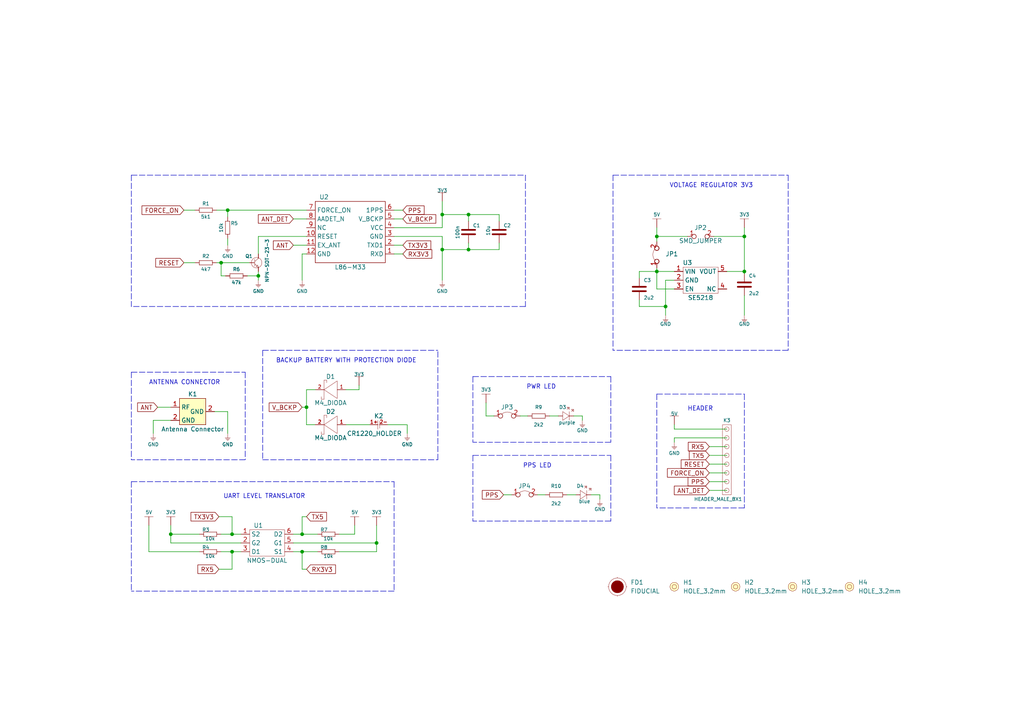
<source format=kicad_sch>
(kicad_sch (version 20211123) (generator eeschema)

  (uuid e8c15a3a-563c-4eb9-95db-9b04935c6fbe)

  (paper "A4")

  (title_block
    (title "GNSS breakout L86-M33")
    (date "2022-02-28")
    (rev "V1.0.0")
    (company "SOLDERED")
    (comment 1 "333201")
  )

  (lib_symbols
    (symbol "e-radionica.com schematics:0402LED" (pin_numbers hide) (pin_names (offset 0.254) hide) (in_bom yes) (on_board yes)
      (property "Reference" "D" (id 0) (at -0.635 2.54 0)
        (effects (font (size 1 1)))
      )
      (property "Value" "0402LED" (id 1) (at 0 -2.54 0)
        (effects (font (size 1 1)))
      )
      (property "Footprint" "e-radionica.com footprinti:0402LED" (id 2) (at 0 5.08 0)
        (effects (font (size 1 1)) hide)
      )
      (property "Datasheet" "" (id 3) (at 0 0 0)
        (effects (font (size 1 1)) hide)
      )
      (symbol "0402LED_0_1"
        (polyline
          (pts
            (xy -0.635 1.27)
            (xy 1.27 0)
          )
          (stroke (width 0.0006) (type default) (color 0 0 0 0))
          (fill (type none))
        )
        (polyline
          (pts
            (xy 0.635 1.905)
            (xy 1.27 2.54)
          )
          (stroke (width 0.0006) (type default) (color 0 0 0 0))
          (fill (type none))
        )
        (polyline
          (pts
            (xy 1.27 1.27)
            (xy 1.27 -1.27)
          )
          (stroke (width 0.0006) (type default) (color 0 0 0 0))
          (fill (type none))
        )
        (polyline
          (pts
            (xy 1.905 1.27)
            (xy 2.54 1.905)
          )
          (stroke (width 0.0006) (type default) (color 0 0 0 0))
          (fill (type none))
        )
        (polyline
          (pts
            (xy -0.635 1.27)
            (xy -0.635 -1.27)
            (xy 1.27 0)
          )
          (stroke (width 0.0006) (type default) (color 0 0 0 0))
          (fill (type none))
        )
        (polyline
          (pts
            (xy 1.27 2.54)
            (xy 0.635 2.54)
            (xy 1.27 1.905)
            (xy 1.27 2.54)
          )
          (stroke (width 0.0006) (type default) (color 0 0 0 0))
          (fill (type none))
        )
        (polyline
          (pts
            (xy 2.54 1.905)
            (xy 1.905 1.905)
            (xy 2.54 1.27)
            (xy 2.54 1.905)
          )
          (stroke (width 0.0006) (type default) (color 0 0 0 0))
          (fill (type none))
        )
      )
      (symbol "0402LED_1_1"
        (pin passive line (at -1.905 0 0) (length 1.27)
          (name "A" (effects (font (size 1.27 1.27))))
          (number "1" (effects (font (size 1.27 1.27))))
        )
        (pin passive line (at 2.54 0 180) (length 1.27)
          (name "K" (effects (font (size 1.27 1.27))))
          (number "2" (effects (font (size 1.27 1.27))))
        )
      )
    )
    (symbol "e-radionica.com schematics:0402R" (pin_numbers hide) (pin_names (offset 0.254)) (in_bom yes) (on_board yes)
      (property "Reference" "R" (id 0) (at -1.905 1.27 0)
        (effects (font (size 1 1)))
      )
      (property "Value" "0402R" (id 1) (at 0 -1.27 0)
        (effects (font (size 1 1)))
      )
      (property "Footprint" "e-radionica.com footprinti:0402R" (id 2) (at -2.54 1.905 0)
        (effects (font (size 1 1)) hide)
      )
      (property "Datasheet" "" (id 3) (at -2.54 1.905 0)
        (effects (font (size 1 1)) hide)
      )
      (symbol "0402R_0_1"
        (rectangle (start -1.905 -0.635) (end 1.905 -0.6604)
          (stroke (width 0.1) (type default) (color 0 0 0 0))
          (fill (type none))
        )
        (rectangle (start -1.905 0.635) (end -1.8796 -0.635)
          (stroke (width 0.1) (type default) (color 0 0 0 0))
          (fill (type none))
        )
        (rectangle (start -1.905 0.635) (end 1.905 0.6096)
          (stroke (width 0.1) (type default) (color 0 0 0 0))
          (fill (type none))
        )
        (rectangle (start 1.905 0.635) (end 1.9304 -0.635)
          (stroke (width 0.1) (type default) (color 0 0 0 0))
          (fill (type none))
        )
      )
      (symbol "0402R_1_1"
        (pin passive line (at -3.175 0 0) (length 1.27)
          (name "~" (effects (font (size 1.27 1.27))))
          (number "1" (effects (font (size 1.27 1.27))))
        )
        (pin passive line (at 3.175 0 180) (length 1.27)
          (name "~" (effects (font (size 1.27 1.27))))
          (number "2" (effects (font (size 1.27 1.27))))
        )
      )
    )
    (symbol "e-radionica.com schematics:0603C" (pin_numbers hide) (pin_names (offset 0.002)) (in_bom yes) (on_board yes)
      (property "Reference" "C" (id 0) (at -0.635 3.175 0)
        (effects (font (size 1 1)))
      )
      (property "Value" "0603C" (id 1) (at 0 -3.175 0)
        (effects (font (size 1 1)))
      )
      (property "Footprint" "e-radionica.com footprinti:0603C" (id 2) (at 0 0 0)
        (effects (font (size 1 1)) hide)
      )
      (property "Datasheet" "" (id 3) (at 0 0 0)
        (effects (font (size 1 1)) hide)
      )
      (symbol "0603C_0_1"
        (polyline
          (pts
            (xy -0.635 1.905)
            (xy -0.635 -1.905)
          )
          (stroke (width 0.5) (type default) (color 0 0 0 0))
          (fill (type none))
        )
        (polyline
          (pts
            (xy 0.635 1.905)
            (xy 0.635 -1.905)
          )
          (stroke (width 0.5) (type default) (color 0 0 0 0))
          (fill (type none))
        )
      )
      (symbol "0603C_1_1"
        (pin passive line (at -3.175 0 0) (length 2.54)
          (name "~" (effects (font (size 1.27 1.27))))
          (number "1" (effects (font (size 1.27 1.27))))
        )
        (pin passive line (at 3.175 0 180) (length 2.54)
          (name "~" (effects (font (size 1.27 1.27))))
          (number "2" (effects (font (size 1.27 1.27))))
        )
      )
    )
    (symbol "e-radionica.com schematics:0603R" (pin_numbers hide) (pin_names (offset 0.254)) (in_bom yes) (on_board yes)
      (property "Reference" "R" (id 0) (at -1.905 1.905 0)
        (effects (font (size 1 1)))
      )
      (property "Value" "0603R" (id 1) (at 0 -1.905 0)
        (effects (font (size 1 1)))
      )
      (property "Footprint" "e-radionica.com footprinti:0603R" (id 2) (at -0.635 1.905 0)
        (effects (font (size 1 1)) hide)
      )
      (property "Datasheet" "" (id 3) (at -0.635 1.905 0)
        (effects (font (size 1 1)) hide)
      )
      (symbol "0603R_0_1"
        (rectangle (start -1.905 -0.635) (end 1.905 -0.6604)
          (stroke (width 0.1) (type default) (color 0 0 0 0))
          (fill (type none))
        )
        (rectangle (start -1.905 0.635) (end -1.8796 -0.635)
          (stroke (width 0.1) (type default) (color 0 0 0 0))
          (fill (type none))
        )
        (rectangle (start -1.905 0.635) (end 1.905 0.6096)
          (stroke (width 0.1) (type default) (color 0 0 0 0))
          (fill (type none))
        )
        (rectangle (start 1.905 0.635) (end 1.9304 -0.635)
          (stroke (width 0.1) (type default) (color 0 0 0 0))
          (fill (type none))
        )
      )
      (symbol "0603R_1_1"
        (pin passive line (at -3.175 0 0) (length 1.27)
          (name "~" (effects (font (size 1.27 1.27))))
          (number "1" (effects (font (size 1.27 1.27))))
        )
        (pin passive line (at 3.175 0 180) (length 1.27)
          (name "~" (effects (font (size 1.27 1.27))))
          (number "2" (effects (font (size 1.27 1.27))))
        )
      )
    )
    (symbol "e-radionica.com schematics:1206C" (pin_numbers hide) (in_bom yes) (on_board yes)
      (property "Reference" "C" (id 0) (at -0.635 3.175 0)
        (effects (font (size 1 1)))
      )
      (property "Value" "1206C" (id 1) (at 0 -3.175 0)
        (effects (font (size 1 1)))
      )
      (property "Footprint" "e-radionica.com footprinti:1206C" (id 2) (at 0 0 0)
        (effects (font (size 1 1)) hide)
      )
      (property "Datasheet" "" (id 3) (at 0 0 0)
        (effects (font (size 1 1)) hide)
      )
      (symbol "1206C_0_1"
        (polyline
          (pts
            (xy -0.635 1.905)
            (xy -0.635 -1.905)
          )
          (stroke (width 0.5) (type default) (color 0 0 0 0))
          (fill (type none))
        )
        (polyline
          (pts
            (xy 0.635 1.905)
            (xy 0.635 -1.905)
          )
          (stroke (width 0.5) (type default) (color 0 0 0 0))
          (fill (type none))
        )
      )
      (symbol "1206C_1_1"
        (pin passive line (at -3.175 0 0) (length 2.54)
          (name "~" (effects (font (size 1.27 1.27))))
          (number "1" (effects (font (size 1.27 1.27))))
        )
        (pin passive line (at 3.175 0 180) (length 2.54)
          (name "~" (effects (font (size 1.27 1.27))))
          (number "2" (effects (font (size 1.27 1.27))))
        )
      )
    )
    (symbol "e-radionica.com schematics:3V3" (power) (pin_names (offset 0)) (in_bom yes) (on_board yes)
      (property "Reference" "#PWR" (id 0) (at 4.445 0 0)
        (effects (font (size 1 1)) hide)
      )
      (property "Value" "3V3" (id 1) (at 0 3.556 0)
        (effects (font (size 1 1)))
      )
      (property "Footprint" "" (id 2) (at 4.445 3.81 0)
        (effects (font (size 1 1)) hide)
      )
      (property "Datasheet" "" (id 3) (at 4.445 3.81 0)
        (effects (font (size 1 1)) hide)
      )
      (property "ki_keywords" "power-flag" (id 4) (at 0 0 0)
        (effects (font (size 1.27 1.27)) hide)
      )
      (property "ki_description" "Power symbol creates a global label with name \"3V3\"" (id 5) (at 0 0 0)
        (effects (font (size 1.27 1.27)) hide)
      )
      (symbol "3V3_0_1"
        (polyline
          (pts
            (xy -1.27 2.54)
            (xy 1.27 2.54)
          )
          (stroke (width 0.0006) (type default) (color 0 0 0 0))
          (fill (type none))
        )
        (polyline
          (pts
            (xy 0 0)
            (xy 0 2.54)
          )
          (stroke (width 0) (type default) (color 0 0 0 0))
          (fill (type none))
        )
      )
      (symbol "3V3_1_1"
        (pin power_in line (at 0 0 90) (length 0) hide
          (name "3V3" (effects (font (size 1.27 1.27))))
          (number "1" (effects (font (size 1.27 1.27))))
        )
      )
    )
    (symbol "e-radionica.com schematics:5V" (power) (pin_names (offset 0)) (in_bom yes) (on_board yes)
      (property "Reference" "#PWR" (id 0) (at 4.445 0 0)
        (effects (font (size 1 1)) hide)
      )
      (property "Value" "5V" (id 1) (at 0 3.556 0)
        (effects (font (size 1 1)))
      )
      (property "Footprint" "" (id 2) (at 4.445 3.81 0)
        (effects (font (size 1 1)) hide)
      )
      (property "Datasheet" "" (id 3) (at 4.445 3.81 0)
        (effects (font (size 1 1)) hide)
      )
      (property "ki_keywords" "power-flag" (id 4) (at 0 0 0)
        (effects (font (size 1.27 1.27)) hide)
      )
      (property "ki_description" "Power symbol creates a global label with name \"5V\"" (id 5) (at 0 0 0)
        (effects (font (size 1.27 1.27)) hide)
      )
      (symbol "5V_0_1"
        (polyline
          (pts
            (xy -1.27 2.54)
            (xy 1.27 2.54)
          )
          (stroke (width 0.0006) (type default) (color 0 0 0 0))
          (fill (type none))
        )
        (polyline
          (pts
            (xy 0 0)
            (xy 0 2.54)
          )
          (stroke (width 0) (type default) (color 0 0 0 0))
          (fill (type none))
        )
      )
      (symbol "5V_1_1"
        (pin power_in line (at 0 0 90) (length 0) hide
          (name "5V" (effects (font (size 1.27 1.27))))
          (number "1" (effects (font (size 1.27 1.27))))
        )
      )
    )
    (symbol "e-radionica.com schematics:Antenna Connector" (in_bom yes) (on_board yes)
      (property "Reference" "K" (id 0) (at 1.27 7.62 0)
        (effects (font (size 1.27 1.27)))
      )
      (property "Value" "Antenna Connector" (id 1) (at 1.27 5.08 0)
        (effects (font (size 1.27 1.27)))
      )
      (property "Footprint" "e-radionica.com footprinti:Antenna Connector" (id 2) (at 1.27 10.16 0)
        (effects (font (size 1.27 1.27)) hide)
      )
      (property "Datasheet" "" (id 3) (at 1.27 10.16 0)
        (effects (font (size 1.27 1.27)) hide)
      )
      (symbol "Antenna Connector_0_1"
        (rectangle (start -2.54 3.81) (end 5.08 -3.81)
          (stroke (width 0.1524) (type default) (color 0 0 0 0))
          (fill (type background))
        )
      )
      (symbol "Antenna Connector_1_1"
        (pin input line (at -5.08 1.27 0) (length 2.54)
          (name "RF" (effects (font (size 1.27 1.27))))
          (number "1" (effects (font (size 1.27 1.27))))
        )
        (pin input line (at -5.08 -2.54 0) (length 2.54)
          (name "GND" (effects (font (size 1.27 1.27))))
          (number "2" (effects (font (size 1.27 1.27))))
        )
        (pin input line (at 7.62 0 180) (length 2.54)
          (name "GND" (effects (font (size 1.27 1.27))))
          (number "2" (effects (font (size 1.27 1.27))))
        )
      )
    )
    (symbol "e-radionica.com schematics:CR1220_HOLDER" (in_bom yes) (on_board yes)
      (property "Reference" "K" (id 0) (at 0 2.54 0)
        (effects (font (size 1.27 1.27)))
      )
      (property "Value" "CR1220_HOLDER" (id 1) (at 0 -2.286 0)
        (effects (font (size 1.27 1.27)))
      )
      (property "Footprint" "e-radionica.com footprinti:CR1220_HOLDER" (id 2) (at -1.27 5.08 0)
        (effects (font (size 1.27 1.27)) hide)
      )
      (property "Datasheet" "" (id 3) (at -0.254 0 0)
        (effects (font (size 1.27 1.27)) hide)
      )
      (symbol "CR1220_HOLDER_0_1"
        (polyline
          (pts
            (xy -0.254 -1.3462)
            (xy -0.254 1.27)
            (xy -0.254 -0.762)
          )
          (stroke (width 0.0006) (type default) (color 0 0 0 0))
          (fill (type none))
        )
        (polyline
          (pts
            (xy 0.254 1.016)
            (xy 0.254 -1.016)
            (xy 0.254 -0.762)
          )
          (stroke (width 0.0006) (type default) (color 0 0 0 0))
          (fill (type none))
        )
      )
      (symbol "CR1220_HOLDER_1_1"
        (pin input line (at -2.54 0 0) (length 2.3)
          (name "" (effects (font (size 1 1))))
          (number "1+" (effects (font (size 1 1))))
        )
        (pin output line (at 2.54 0 180) (length 2.3)
          (name "" (effects (font (size 1 1))))
          (number "2-" (effects (font (size 1 1))))
        )
      )
    )
    (symbol "e-radionica.com schematics:FIDUCIAL" (in_bom no) (on_board yes)
      (property "Reference" "FD" (id 0) (at 0 3.81 0)
        (effects (font (size 1.27 1.27)))
      )
      (property "Value" "FIDUCIAL" (id 1) (at 0 -3.81 0)
        (effects (font (size 1.27 1.27)))
      )
      (property "Footprint" "e-radionica.com footprinti:FIDUCIAL_23" (id 2) (at 0.254 -5.334 0)
        (effects (font (size 1.27 1.27)) hide)
      )
      (property "Datasheet" "" (id 3) (at 0 0 0)
        (effects (font (size 1.27 1.27)) hide)
      )
      (symbol "FIDUCIAL_0_1"
        (polyline
          (pts
            (xy -2.54 0)
            (xy -2.794 0)
          )
          (stroke (width 0.0006) (type default) (color 0 0 0 0))
          (fill (type none))
        )
        (polyline
          (pts
            (xy 0 -2.54)
            (xy 0 -2.794)
          )
          (stroke (width 0.0006) (type default) (color 0 0 0 0))
          (fill (type none))
        )
        (polyline
          (pts
            (xy 0 2.54)
            (xy 0 2.794)
          )
          (stroke (width 0.0006) (type default) (color 0 0 0 0))
          (fill (type none))
        )
        (polyline
          (pts
            (xy 2.54 0)
            (xy 2.794 0)
          )
          (stroke (width 0.0006) (type default) (color 0 0 0 0))
          (fill (type none))
        )
        (circle (center 0 0) (radius 1.7961)
          (stroke (width 0.001) (type default) (color 0 0 0 0))
          (fill (type outline))
        )
        (circle (center 0 0) (radius 2.54)
          (stroke (width 0.0006) (type default) (color 0 0 0 0))
          (fill (type none))
        )
      )
    )
    (symbol "e-radionica.com schematics:GND" (power) (pin_names (offset 0)) (in_bom yes) (on_board yes)
      (property "Reference" "#PWR" (id 0) (at 4.445 0 0)
        (effects (font (size 1 1)) hide)
      )
      (property "Value" "GND" (id 1) (at 0 -2.921 0)
        (effects (font (size 1 1)))
      )
      (property "Footprint" "" (id 2) (at 4.445 3.81 0)
        (effects (font (size 1 1)) hide)
      )
      (property "Datasheet" "" (id 3) (at 4.445 3.81 0)
        (effects (font (size 1 1)) hide)
      )
      (property "ki_keywords" "power-flag" (id 4) (at 0 0 0)
        (effects (font (size 1.27 1.27)) hide)
      )
      (property "ki_description" "Power symbol creates a global label with name \"GND\"" (id 5) (at 0 0 0)
        (effects (font (size 1.27 1.27)) hide)
      )
      (symbol "GND_0_1"
        (polyline
          (pts
            (xy -0.762 -1.27)
            (xy 0.762 -1.27)
          )
          (stroke (width 0.0006) (type default) (color 0 0 0 0))
          (fill (type none))
        )
        (polyline
          (pts
            (xy -0.635 -1.524)
            (xy 0.635 -1.524)
          )
          (stroke (width 0.0006) (type default) (color 0 0 0 0))
          (fill (type none))
        )
        (polyline
          (pts
            (xy -0.381 -1.778)
            (xy 0.381 -1.778)
          )
          (stroke (width 0.0006) (type default) (color 0 0 0 0))
          (fill (type none))
        )
        (polyline
          (pts
            (xy -0.127 -2.032)
            (xy 0.127 -2.032)
          )
          (stroke (width 0.0006) (type default) (color 0 0 0 0))
          (fill (type none))
        )
        (polyline
          (pts
            (xy 0 0)
            (xy 0 -1.27)
          )
          (stroke (width 0.0006) (type default) (color 0 0 0 0))
          (fill (type none))
        )
      )
      (symbol "GND_1_1"
        (pin power_in line (at 0 0 270) (length 0) hide
          (name "GND" (effects (font (size 1.27 1.27))))
          (number "1" (effects (font (size 1.27 1.27))))
        )
      )
    )
    (symbol "e-radionica.com schematics:GND_3" (power) (pin_names (offset 0)) (in_bom yes) (on_board yes)
      (property "Reference" "#PWR" (id 0) (at 4.445 0 0)
        (effects (font (size 1 1)) hide)
      )
      (property "Value" "GND" (id 1) (at 0 -2.921 0)
        (effects (font (size 1 1)))
      )
      (property "Footprint" "" (id 2) (at 4.445 3.81 0)
        (effects (font (size 1 1)) hide)
      )
      (property "Datasheet" "" (id 3) (at 4.445 3.81 0)
        (effects (font (size 1 1)) hide)
      )
      (property "ki_keywords" "power-flag" (id 4) (at 0 0 0)
        (effects (font (size 1.27 1.27)) hide)
      )
      (property "ki_description" "Power symbol creates a global label with name \"+3V3\"" (id 5) (at 0 0 0)
        (effects (font (size 1.27 1.27)) hide)
      )
      (symbol "GND_3_0_1"
        (polyline
          (pts
            (xy -0.762 -1.27)
            (xy 0.762 -1.27)
          )
          (stroke (width 0.0006) (type default) (color 0 0 0 0))
          (fill (type none))
        )
        (polyline
          (pts
            (xy -0.635 -1.524)
            (xy 0.635 -1.524)
          )
          (stroke (width 0.0006) (type default) (color 0 0 0 0))
          (fill (type none))
        )
        (polyline
          (pts
            (xy -0.381 -1.778)
            (xy 0.381 -1.778)
          )
          (stroke (width 0.0006) (type default) (color 0 0 0 0))
          (fill (type none))
        )
        (polyline
          (pts
            (xy -0.127 -2.032)
            (xy 0.127 -2.032)
          )
          (stroke (width 0.0006) (type default) (color 0 0 0 0))
          (fill (type none))
        )
        (polyline
          (pts
            (xy 0 0)
            (xy 0 -1.27)
          )
          (stroke (width 0.0006) (type default) (color 0 0 0 0))
          (fill (type none))
        )
      )
      (symbol "GND_3_1_1"
        (pin power_in line (at 0 0 270) (length 0) hide
          (name "GND" (effects (font (size 1.27 1.27))))
          (number "1" (effects (font (size 1.27 1.27))))
        )
      )
    )
    (symbol "e-radionica.com schematics:HEADER_MALE_8X1" (pin_numbers hide) (pin_names hide) (in_bom yes) (on_board yes)
      (property "Reference" "K" (id 0) (at -0.635 12.7 0)
        (effects (font (size 1 1)))
      )
      (property "Value" "HEADER_MALE_8X1" (id 1) (at 0.635 -10.16 0)
        (effects (font (size 1 1)))
      )
      (property "Footprint" "e-radionica.com footprinti:HEADER_MALE_8X1" (id 2) (at 0 0 0)
        (effects (font (size 1 1)) hide)
      )
      (property "Datasheet" "" (id 3) (at 0 0 0)
        (effects (font (size 1 1)) hide)
      )
      (symbol "HEADER_MALE_8X1_0_1"
        (circle (center 0 -7.62) (radius 0.635)
          (stroke (width 0.0006) (type default) (color 0 0 0 0))
          (fill (type none))
        )
        (circle (center 0 -5.08) (radius 0.635)
          (stroke (width 0.0006) (type default) (color 0 0 0 0))
          (fill (type none))
        )
        (circle (center 0 -2.54) (radius 0.635)
          (stroke (width 0.0006) (type default) (color 0 0 0 0))
          (fill (type none))
        )
        (circle (center 0 0) (radius 0.635)
          (stroke (width 0.0006) (type default) (color 0 0 0 0))
          (fill (type none))
        )
        (circle (center 0 2.54) (radius 0.635)
          (stroke (width 0.0006) (type default) (color 0 0 0 0))
          (fill (type none))
        )
        (circle (center 0 5.08) (radius 0.635)
          (stroke (width 0.0006) (type default) (color 0 0 0 0))
          (fill (type none))
        )
        (circle (center 0 7.62) (radius 0.635)
          (stroke (width 0.0006) (type default) (color 0 0 0 0))
          (fill (type none))
        )
        (circle (center 0 10.16) (radius 0.635)
          (stroke (width 0.0006) (type default) (color 0 0 0 0))
          (fill (type none))
        )
        (rectangle (start 1.27 -8.89) (end -1.27 11.43)
          (stroke (width 0.0006) (type default) (color 0 0 0 0))
          (fill (type none))
        )
      )
      (symbol "HEADER_MALE_8X1_1_1"
        (pin passive line (at 0 -7.62 180) (length 0)
          (name "~" (effects (font (size 0.991 0.991))))
          (number "1" (effects (font (size 0.991 0.991))))
        )
        (pin passive line (at 0 -5.08 180) (length 0)
          (name "~" (effects (font (size 0.991 0.991))))
          (number "2" (effects (font (size 0.991 0.991))))
        )
        (pin passive line (at 0 -2.54 180) (length 0)
          (name "~" (effects (font (size 0.991 0.991))))
          (number "3" (effects (font (size 0.991 0.991))))
        )
        (pin passive line (at 0 0 180) (length 0)
          (name "~" (effects (font (size 0.991 0.991))))
          (number "4" (effects (font (size 0.991 0.991))))
        )
        (pin passive line (at 0 2.54 180) (length 0)
          (name "~" (effects (font (size 0.991 0.991))))
          (number "5" (effects (font (size 0.991 0.991))))
        )
        (pin passive line (at 0 5.08 180) (length 0)
          (name "~" (effects (font (size 0.991 0.991))))
          (number "6" (effects (font (size 0.991 0.991))))
        )
        (pin passive line (at 0 7.62 180) (length 0)
          (name "~" (effects (font (size 0.991 0.991))))
          (number "7" (effects (font (size 0.991 0.991))))
        )
        (pin passive line (at 0 10.16 180) (length 0)
          (name "~" (effects (font (size 0.991 0.991))))
          (number "8" (effects (font (size 0.991 0.991))))
        )
      )
    )
    (symbol "e-radionica.com schematics:HOLE_3.2mm" (pin_numbers hide) (pin_names hide) (in_bom yes) (on_board yes)
      (property "Reference" "H" (id 0) (at 0 2.54 0)
        (effects (font (size 1.27 1.27)))
      )
      (property "Value" "HOLE_3.2mm" (id 1) (at 0 -2.54 0)
        (effects (font (size 1.27 1.27)))
      )
      (property "Footprint" "e-radionica.com footprinti:HOLE_3.2mm" (id 2) (at 0 0 0)
        (effects (font (size 1.27 1.27)) hide)
      )
      (property "Datasheet" "" (id 3) (at 0 0 0)
        (effects (font (size 1.27 1.27)) hide)
      )
      (symbol "HOLE_3.2mm_0_1"
        (circle (center 0 0) (radius 0.635)
          (stroke (width 0.0006) (type default) (color 0 0 0 0))
          (fill (type none))
        )
        (circle (center 0 0) (radius 1.27)
          (stroke (width 0.001) (type default) (color 0 0 0 0))
          (fill (type background))
        )
      )
    )
    (symbol "e-radionica.com schematics:L86-M33" (in_bom yes) (on_board yes)
      (property "Reference" "U" (id 0) (at 0 10.16 0)
        (effects (font (size 1.27 1.27)))
      )
      (property "Value" "L86-M33" (id 1) (at 0 -10.16 0)
        (effects (font (size 1.27 1.27)))
      )
      (property "Footprint" "e-radionica.com footprinti:L86-M33" (id 2) (at 0 -13.97 0)
        (effects (font (size 1.27 1.27)) hide)
      )
      (property "Datasheet" "" (id 3) (at 0.254 -6.35 0)
        (effects (font (size 1.27 1.27)) hide)
      )
      (symbol "L86-M33_0_1"
        (rectangle (start -10.16 8.89) (end 10.16 -8.89)
          (stroke (width 0.1524) (type default) (color 0 0 0 0))
          (fill (type none))
        )
      )
      (symbol "L86-M33_1_1"
        (pin input line (at 12.7 -6.35 180) (length 2.54)
          (name "RXD" (effects (font (size 1.27 1.27))))
          (number "1" (effects (font (size 1.27 1.27))))
        )
        (pin input line (at -12.7 -1.27 0) (length 2.54)
          (name "RESET" (effects (font (size 1.27 1.27))))
          (number "10" (effects (font (size 1.27 1.27))))
        )
        (pin input line (at -12.7 -3.81 0) (length 2.54)
          (name "EX_ANT" (effects (font (size 1.27 1.27))))
          (number "11" (effects (font (size 1.27 1.27))))
        )
        (pin input line (at -12.7 -6.35 0) (length 2.54)
          (name "GND" (effects (font (size 1.27 1.27))))
          (number "12" (effects (font (size 1.27 1.27))))
        )
        (pin input line (at 12.7 -3.81 180) (length 2.54)
          (name "TXD1" (effects (font (size 1.27 1.27))))
          (number "2" (effects (font (size 1.27 1.27))))
        )
        (pin input line (at 12.7 -1.27 180) (length 2.54)
          (name "GND" (effects (font (size 1.27 1.27))))
          (number "3" (effects (font (size 1.27 1.27))))
        )
        (pin input line (at 12.7 1.27 180) (length 2.54)
          (name "VCC" (effects (font (size 1.27 1.27))))
          (number "4" (effects (font (size 1.27 1.27))))
        )
        (pin input line (at 12.7 3.81 180) (length 2.54)
          (name "V_BCKP" (effects (font (size 1.27 1.27))))
          (number "5" (effects (font (size 1.27 1.27))))
        )
        (pin input line (at 12.7 6.35 180) (length 2.54)
          (name "1PPS" (effects (font (size 1.27 1.27))))
          (number "6" (effects (font (size 1.27 1.27))))
        )
        (pin input line (at -12.7 6.35 0) (length 2.54)
          (name "FORCE_ON" (effects (font (size 1.27 1.27))))
          (number "7" (effects (font (size 1.27 1.27))))
        )
        (pin input line (at -12.7 3.81 0) (length 2.54)
          (name "AADET_N" (effects (font (size 1.27 1.27))))
          (number "8" (effects (font (size 1.27 1.27))))
        )
        (pin input line (at -12.7 1.27 0) (length 2.54)
          (name "NC" (effects (font (size 1.27 1.27))))
          (number "9" (effects (font (size 1.27 1.27))))
        )
      )
    )
    (symbol "e-radionica.com schematics:M4_DIODA" (pin_names hide) (in_bom yes) (on_board yes)
      (property "Reference" "D" (id 0) (at 0 3.81 0)
        (effects (font (size 1.27 1.27)))
      )
      (property "Value" "M4_DIODA" (id 1) (at 0 -4.572 0)
        (effects (font (size 1.27 1.27)))
      )
      (property "Footprint" "e-radionica.com footprinti:M4_DIODA" (id 2) (at 0 -6.35 0)
        (effects (font (size 1.27 1.27)) hide)
      )
      (property "Datasheet" "" (id 3) (at 0 0 0)
        (effects (font (size 1.27 1.27)) hide)
      )
      (symbol "M4_DIODA_0_1"
        (polyline
          (pts
            (xy -2.54 2.54)
            (xy -2.54 -2.54)
            (xy 1.27 0)
            (xy -2.54 2.54)
          )
          (stroke (width 0.0006) (type default) (color 0 0 0 0))
          (fill (type none))
        )
        (polyline
          (pts
            (xy 1.27 2.794)
            (xy 1.27 -2.794)
            (xy 0.508 -2.794)
            (xy 0.508 -2.032)
          )
          (stroke (width 0.0006) (type default) (color 0 0 0 0))
          (fill (type none))
        )
        (polyline
          (pts
            (xy 1.27 2.794)
            (xy 2.032 2.794)
            (xy 2.032 2.032)
            (xy 2.032 2.54)
          )
          (stroke (width 0.0006) (type default) (color 0 0 0 0))
          (fill (type none))
        )
      )
      (symbol "M4_DIODA_1_1"
        (pin passive line (at -5.08 0 0) (length 2.54)
          (name "A" (effects (font (size 1 1))))
          (number "1" (effects (font (size 1 1))))
        )
        (pin passive line (at 3.81 0 180) (length 2.54)
          (name "K" (effects (font (size 1 1))))
          (number "2" (effects (font (size 1 1))))
        )
      )
    )
    (symbol "e-radionica.com schematics:NMOS-DUAL" (in_bom yes) (on_board yes)
      (property "Reference" "U" (id 0) (at -3.81 5.08 0)
        (effects (font (size 1.27 1.27)))
      )
      (property "Value" "NMOS-DUAL" (id 1) (at 0 -5.08 0)
        (effects (font (size 1.27 1.27)))
      )
      (property "Footprint" "e-radionica.com footprinti:SOT-363" (id 2) (at 0 -7.62 0)
        (effects (font (size 1.27 1.27)) hide)
      )
      (property "Datasheet" "" (id 3) (at 0 -2.54 0)
        (effects (font (size 1.27 1.27)) hide)
      )
      (symbol "NMOS-DUAL_0_1"
        (rectangle (start -5.08 3.81) (end 5.08 -3.81)
          (stroke (width 0.0006) (type default) (color 0 0 0 0))
          (fill (type none))
        )
      )
      (symbol "NMOS-DUAL_1_1"
        (pin input line (at -7.62 2.54 0) (length 2.54)
          (name "S2" (effects (font (size 1.27 1.27))))
          (number "1" (effects (font (size 1.27 1.27))))
        )
        (pin input line (at -7.62 0 0) (length 2.54)
          (name "G2" (effects (font (size 1.27 1.27))))
          (number "2" (effects (font (size 1.27 1.27))))
        )
        (pin input line (at -7.62 -2.54 0) (length 2.54)
          (name "D1" (effects (font (size 1.27 1.27))))
          (number "3" (effects (font (size 1.27 1.27))))
        )
        (pin input line (at 7.62 -2.54 180) (length 2.54)
          (name "S1" (effects (font (size 1.27 1.27))))
          (number "4" (effects (font (size 1.27 1.27))))
        )
        (pin input line (at 7.62 0 180) (length 2.54)
          (name "G1" (effects (font (size 1.27 1.27))))
          (number "5" (effects (font (size 1.27 1.27))))
        )
        (pin input line (at 7.62 2.54 180) (length 2.54)
          (name "D2" (effects (font (size 1.27 1.27))))
          (number "6" (effects (font (size 1.27 1.27))))
        )
      )
    )
    (symbol "e-radionica.com schematics:NPN-SOT-23-3" (pin_numbers hide) (pin_names hide) (in_bom yes) (on_board yes)
      (property "Reference" "Q" (id 0) (at -2.286 2.921 0)
        (effects (font (size 1 1)))
      )
      (property "Value" "NPN-SOT-23-3" (id 1) (at 0 -3.81 0)
        (effects (font (size 1 1)))
      )
      (property "Footprint" "e-radionica.com footprinti:SOT-23-3" (id 2) (at 0 0 0)
        (effects (font (size 1 1)) hide)
      )
      (property "Datasheet" "" (id 3) (at 0 0 0)
        (effects (font (size 1 1)) hide)
      )
      (symbol "NPN-SOT-23-3_0_1"
        (circle (center -0.508 0) (radius 1.524)
          (stroke (width 0.0006) (type default) (color 0 0 0 0))
          (fill (type none))
        )
        (polyline
          (pts
            (xy -2.032 0)
            (xy -1.016 0)
          )
          (stroke (width 0.0006) (type default) (color 0 0 0 0))
          (fill (type none))
        )
        (polyline
          (pts
            (xy -1.016 -0.381)
            (xy -0.4064 -0.9144)
          )
          (stroke (width 0.1) (type default) (color 0 0 0 0))
          (fill (type none))
        )
        (polyline
          (pts
            (xy -1.016 0.381)
            (xy 0 1.27)
          )
          (stroke (width 0.0006) (type default) (color 0 0 0 0))
          (fill (type none))
        )
        (polyline
          (pts
            (xy -1.016 1.016)
            (xy -1.016 -1.016)
          )
          (stroke (width 0.0006) (type default) (color 0 0 0 0))
          (fill (type none))
        )
        (polyline
          (pts
            (xy -0.6096 -1.1684)
            (xy -0.2032 -0.6604)
            (xy 0 -1.27)
            (xy -0.6096 -1.1684)
          )
          (stroke (width 0.0006) (type default) (color 0 0 0 0))
          (fill (type none))
        )
      )
      (symbol "NPN-SOT-23-3_1_1"
        (pin passive line (at -2.54 0 0) (length 1.27)
          (name "B" (effects (font (size 1 1))))
          (number "1" (effects (font (size 1 1))))
        )
        (pin passive line (at 0 -2.54 90) (length 1.27)
          (name "E" (effects (font (size 1 1))))
          (number "2" (effects (font (size 1 1))))
        )
        (pin passive line (at 0 2.54 270) (length 1.27)
          (name "C" (effects (font (size 1 1))))
          (number "3" (effects (font (size 1 1))))
        )
      )
    )
    (symbol "e-radionica.com schematics:SE5218" (in_bom yes) (on_board yes)
      (property "Reference" "U" (id 0) (at -3.81 5.08 0)
        (effects (font (size 1.27 1.27)))
      )
      (property "Value" "SE5218" (id 1) (at 0 -5.08 0)
        (effects (font (size 1.27 1.27)))
      )
      (property "Footprint" "e-radionica.com footprinti:SOT-23-5" (id 2) (at 0 0 0)
        (effects (font (size 1.27 1.27)) hide)
      )
      (property "Datasheet" "" (id 3) (at 0 0 0)
        (effects (font (size 1.27 1.27)) hide)
      )
      (symbol "SE5218_0_1"
        (rectangle (start -5.08 3.81) (end 5.08 -3.81)
          (stroke (width 0.0006) (type default) (color 0 0 0 0))
          (fill (type none))
        )
      )
      (symbol "SE5218_1_1"
        (pin power_in line (at -7.62 2.54 0) (length 2.54)
          (name "VIN" (effects (font (size 1.27 1.27))))
          (number "1" (effects (font (size 1.27 1.27))))
        )
        (pin power_in line (at -7.62 0 0) (length 2.54)
          (name "GND" (effects (font (size 1.27 1.27))))
          (number "2" (effects (font (size 1.27 1.27))))
        )
        (pin input line (at -7.62 -2.54 0) (length 2.54)
          (name "EN" (effects (font (size 1.27 1.27))))
          (number "3" (effects (font (size 1.27 1.27))))
        )
        (pin passive line (at 7.62 -2.54 180) (length 2.54)
          (name "NC" (effects (font (size 1.27 1.27))))
          (number "4" (effects (font (size 1.27 1.27))))
        )
        (pin power_out line (at 7.62 2.54 180) (length 2.54)
          (name "VOUT" (effects (font (size 1.27 1.27))))
          (number "5" (effects (font (size 1.27 1.27))))
        )
      )
    )
    (symbol "e-radionica.com schematics:SMD-JUMPER-CONNECTED_TRACE_SLODERMASK" (in_bom yes) (on_board yes)
      (property "Reference" "JP" (id 0) (at 0 3.556 0)
        (effects (font (size 1.27 1.27)))
      )
      (property "Value" "SMD-JUMPER-CONNECTED_TRACE_SLODERMASK" (id 1) (at 0 -2.54 0)
        (effects (font (size 1.27 1.27)))
      )
      (property "Footprint" "e-radionica.com footprinti:SMD-JUMPER-CONNECTED_TRACE_SLODERMASK" (id 2) (at 0 -5.715 0)
        (effects (font (size 1.27 1.27)) hide)
      )
      (property "Datasheet" "" (id 3) (at 0 0 0)
        (effects (font (size 1.27 1.27)) hide)
      )
      (symbol "SMD-JUMPER-CONNECTED_TRACE_SLODERMASK_0_1"
        (arc (start 1.397 0.5842) (mid -0.2077 1.1365) (end -1.8034 0.5588)
          (stroke (width 0.0006) (type default) (color 0 0 0 0))
          (fill (type none))
        )
      )
      (symbol "SMD-JUMPER-CONNECTED_TRACE_SLODERMASK_1_1"
        (pin passive inverted (at -4.064 0 0) (length 2.54)
          (name "" (effects (font (size 1.27 1.27))))
          (number "1" (effects (font (size 1.27 1.27))))
        )
        (pin passive inverted (at 3.556 0 180) (length 2.54)
          (name "" (effects (font (size 1.27 1.27))))
          (number "2" (effects (font (size 1.27 1.27))))
        )
      )
    )
    (symbol "e-radionica.com schematics:SMD_JUMPER" (in_bom yes) (on_board yes)
      (property "Reference" "JP" (id 0) (at 0 1.397 0)
        (effects (font (size 1.27 1.27)))
      )
      (property "Value" "SMD_JUMPER" (id 1) (at 0.508 -3.048 0)
        (effects (font (size 1.27 1.27)))
      )
      (property "Footprint" "e-radionica.com footprinti:SMD_JUMPER" (id 2) (at 0 0 0)
        (effects (font (size 1.27 1.27)) hide)
      )
      (property "Datasheet" "" (id 3) (at 0 0 0)
        (effects (font (size 1.27 1.27)) hide)
      )
      (symbol "SMD_JUMPER_1_1"
        (pin passive inverted (at -3.81 0 0) (length 2.54)
          (name "" (effects (font (size 1.27 1.27))))
          (number "1" (effects (font (size 1.27 1.27))))
        )
        (pin passive inverted (at 3.81 0 180) (length 2.54)
          (name "" (effects (font (size 1.27 1.27))))
          (number "2" (effects (font (size 1.27 1.27))))
        )
      )
    )
  )

  (junction (at 190.5 78.74) (diameter 0.9144) (color 0 0 0 0)
    (uuid 0755aee5-bc01-4cb5-b830-583289df50a3)
  )
  (junction (at 49.53 154.94) (diameter 0.9144) (color 0 0 0 0)
    (uuid 13c0ff76-ed71-4cd9-abb0-92c376825d5d)
  )
  (junction (at 193.04 88.9) (diameter 0.9144) (color 0 0 0 0)
    (uuid 4a21e717-d46d-4d9e-8b98-af4ecb02d3ec)
  )
  (junction (at 190.5 68.58) (diameter 0.9144) (color 0 0 0 0)
    (uuid 4fb21471-41be-4be8-9687-66030f97befc)
  )
  (junction (at 215.9 78.74) (diameter 0.9144) (color 0 0 0 0)
    (uuid 60dcd1fe-7079-4cb8-b509-04558ccf5097)
  )
  (junction (at 74.93 80.01) (diameter 0.9144) (color 0 0 0 0)
    (uuid 68877d35-b796-44db-9124-b8e744e7412e)
  )
  (junction (at 109.22 157.48) (diameter 0.9144) (color 0 0 0 0)
    (uuid 6d26d68f-1ca7-4ff3-b058-272f1c399047)
  )
  (junction (at 128.27 72.39) (diameter 0.9144) (color 0 0 0 0)
    (uuid 70e15522-1572-4451-9c0d-6d36ac70d8c6)
  )
  (junction (at 135.89 72.39) (diameter 0.9144) (color 0 0 0 0)
    (uuid 7599133e-c681-4202-85d9-c20dac196c64)
  )
  (junction (at 66.04 60.96) (diameter 0.9144) (color 0 0 0 0)
    (uuid 8412992d-8754-44de-9e08-115cec1a3eff)
  )
  (junction (at 88.9 118.11) (diameter 0.9144) (color 0 0 0 0)
    (uuid 911bdcbe-493f-4e21-a506-7cbc636e2c17)
  )
  (junction (at 87.63 160.02) (diameter 0.9144) (color 0 0 0 0)
    (uuid 9f8381e9-3077-4453-a480-a01ad9c1a940)
  )
  (junction (at 87.63 154.94) (diameter 0.9144) (color 0 0 0 0)
    (uuid b96fe6ac-3535-4455-ab88-ed77f5e46d6e)
  )
  (junction (at 67.31 160.02) (diameter 0.9144) (color 0 0 0 0)
    (uuid c332fa55-4168-4f55-88a5-f82c7c21040b)
  )
  (junction (at 128.27 62.23) (diameter 0.9144) (color 0 0 0 0)
    (uuid d3d7e298-1d39-4294-a3ab-c84cc0dc5e5a)
  )
  (junction (at 135.89 62.23) (diameter 0.9144) (color 0 0 0 0)
    (uuid dde51ae5-b215-445e-92bb-4a12ec410531)
  )
  (junction (at 67.31 154.94) (diameter 0.9144) (color 0 0 0 0)
    (uuid df32840e-2912-4088-b54c-9a85f64c0265)
  )
  (junction (at 215.9 68.58) (diameter 0.9144) (color 0 0 0 0)
    (uuid ec31c074-17b2-48e1-ab01-071acad3fa04)
  )
  (junction (at 64.135 76.2) (diameter 0.9144) (color 0 0 0 0)
    (uuid ffd175d1-912a-4224-be1e-a8198680f46b)
  )

  (wire (pts (xy 215.9 66.04) (xy 215.9 68.58))
    (stroke (width 0) (type solid) (color 0 0 0 0))
    (uuid 0124a6a8-8971-4360-a353-c287dfb73d0a)
  )
  (wire (pts (xy 195.58 124.46) (xy 195.58 123.19))
    (stroke (width 0) (type solid) (color 0 0 0 0))
    (uuid 07c5c29c-f682-4d6f-adbd-f46d120dc080)
  )
  (wire (pts (xy 210.82 124.46) (xy 195.58 124.46))
    (stroke (width 0) (type solid) (color 0 0 0 0))
    (uuid 07c5c29c-f682-4d6f-adbd-f46d120dc081)
  )
  (polyline (pts (xy 137.16 132.08) (xy 137.16 151.13))
    (stroke (width 0) (type dash) (color 0 0 0 0))
    (uuid 0b7917f6-899b-4826-912c-0a364e42f158)
  )
  (polyline (pts (xy 177.165 132.08) (xy 177.165 151.13))
    (stroke (width 0) (type dash) (color 0 0 0 0))
    (uuid 0d3d713c-b391-40f4-8802-7bf98604b001)
  )
  (polyline (pts (xy 114.3 171.45) (xy 38.1 171.45))
    (stroke (width 0) (type dash) (color 0 0 0 0))
    (uuid 0ea7d2c4-af8b-4fb6-ab19-6331ce31e2c3)
  )

  (wire (pts (xy 43.18 160.02) (xy 43.18 152.4))
    (stroke (width 0) (type solid) (color 0 0 0 0))
    (uuid 114d80c2-5f96-4064-842f-2e7fc769b94e)
  )
  (wire (pts (xy 49.53 154.94) (xy 57.785 154.94))
    (stroke (width 0) (type solid) (color 0 0 0 0))
    (uuid 12c6af9b-a26e-4e2a-949e-143c345a3a0c)
  )
  (wire (pts (xy 49.53 157.48) (xy 69.85 157.48))
    (stroke (width 0) (type solid) (color 0 0 0 0))
    (uuid 13166d25-a858-47d7-b938-9eb6520dec08)
  )
  (polyline (pts (xy 228.6 50.8) (xy 228.6 101.6))
    (stroke (width 0) (type dash) (color 0 0 0 0))
    (uuid 19e96c16-3d8f-45cf-aa79-aac95ec7c1d8)
  )
  (polyline (pts (xy 38.1 139.7) (xy 114.3 139.7))
    (stroke (width 0) (type dash) (color 0 0 0 0))
    (uuid 1df18d51-1d35-4ae1-8976-cefded5f5bbe)
  )

  (wire (pts (xy 67.31 154.94) (xy 69.85 154.94))
    (stroke (width 0) (type solid) (color 0 0 0 0))
    (uuid 2326953e-5fe1-448e-a0f1-4741094be63f)
  )
  (wire (pts (xy 205.74 129.54) (xy 210.82 129.54))
    (stroke (width 0) (type solid) (color 0 0 0 0))
    (uuid 267d56b1-d68d-4977-98ab-23d9e05a51e1)
  )
  (wire (pts (xy 85.09 157.48) (xy 109.22 157.48))
    (stroke (width 0) (type solid) (color 0 0 0 0))
    (uuid 273a08d1-0529-431c-818d-2f6c271e63b8)
  )
  (wire (pts (xy 87.63 165.1) (xy 87.63 160.02))
    (stroke (width 0) (type solid) (color 0 0 0 0))
    (uuid 27b8a1b3-3d7c-4551-bd28-15c2e32e2f59)
  )
  (wire (pts (xy 205.74 134.62) (xy 210.82 134.62))
    (stroke (width 0) (type solid) (color 0 0 0 0))
    (uuid 2935a210-f9bc-4fa9-97c7-cfd75e148109)
  )
  (wire (pts (xy 173.99 143.51) (xy 171.45 143.51))
    (stroke (width 0) (type solid) (color 0 0 0 0))
    (uuid 296e752d-c95b-483d-a50c-4939969d473e)
  )
  (wire (pts (xy 100.33 123.19) (xy 107.315 123.19))
    (stroke (width 0) (type solid) (color 0 0 0 0))
    (uuid 29f62ef9-5653-42ca-b921-5b17d13828f8)
  )
  (wire (pts (xy 64.135 76.2) (xy 62.865 76.2))
    (stroke (width 0) (type solid) (color 0 0 0 0))
    (uuid 2a6eec0a-67fa-4671-b3de-c451fd4fb205)
  )
  (wire (pts (xy 64.135 80.01) (xy 64.135 76.2))
    (stroke (width 0) (type solid) (color 0 0 0 0))
    (uuid 2a6eec0a-67fa-4671-b3de-c451fd4fb206)
  )
  (wire (pts (xy 65.405 80.01) (xy 64.135 80.01))
    (stroke (width 0) (type solid) (color 0 0 0 0))
    (uuid 2a6eec0a-67fa-4671-b3de-c451fd4fb207)
  )
  (wire (pts (xy 67.31 160.02) (xy 69.85 160.02))
    (stroke (width 0) (type solid) (color 0 0 0 0))
    (uuid 2c135917-7da2-4423-86f5-a831c615c2d9)
  )
  (wire (pts (xy 87.63 73.66) (xy 88.9 73.66))
    (stroke (width 0) (type solid) (color 0 0 0 0))
    (uuid 315277cb-2485-413f-9785-d5bda42b785f)
  )
  (wire (pts (xy 185.42 88.9) (xy 193.04 88.9))
    (stroke (width 0) (type solid) (color 0 0 0 0))
    (uuid 31be6fa2-f8f7-4790-9f2d-a2ca0bedd112)
  )
  (wire (pts (xy 195.58 83.82) (xy 190.5 83.82))
    (stroke (width 0) (type solid) (color 0 0 0 0))
    (uuid 31d0afc6-2d49-4092-89e9-fe7de617a084)
  )
  (wire (pts (xy 64.135 76.2) (xy 72.39 76.2))
    (stroke (width 0) (type solid) (color 0 0 0 0))
    (uuid 3cbeb658-33b9-42d8-90c7-a470f587433b)
  )
  (wire (pts (xy 190.5 77.724) (xy 190.5 78.74))
    (stroke (width 0) (type solid) (color 0 0 0 0))
    (uuid 3e91380f-8838-40f5-80c3-f3bd24b26531)
  )
  (wire (pts (xy 98.425 154.94) (xy 102.87 154.94))
    (stroke (width 0) (type solid) (color 0 0 0 0))
    (uuid 42074fc2-d588-4e5f-ac7c-ff9d983269b8)
  )
  (wire (pts (xy 173.99 143.51) (xy 173.99 144.78))
    (stroke (width 0) (type solid) (color 0 0 0 0))
    (uuid 43d3cbe4-fb3c-4afd-948b-ff0120b6bccb)
  )
  (wire (pts (xy 63.5 149.86) (xy 67.31 149.86))
    (stroke (width 0) (type solid) (color 0 0 0 0))
    (uuid 45be99c7-5927-4246-a18f-8623d2e16ce2)
  )
  (wire (pts (xy 66.04 119.38) (xy 66.04 125.73))
    (stroke (width 0) (type solid) (color 0 0 0 0))
    (uuid 45f1c4aa-7a4d-47f6-bb73-0f5410b1663b)
  )
  (wire (pts (xy 190.5 68.58) (xy 190.5 70.104))
    (stroke (width 0) (type solid) (color 0 0 0 0))
    (uuid 464e95c8-a55b-4106-ae70-44018f1e477d)
  )
  (wire (pts (xy 74.93 68.58) (xy 74.93 73.66))
    (stroke (width 0) (type solid) (color 0 0 0 0))
    (uuid 4875ff1f-46bb-475d-b91c-2c21ec466947)
  )
  (wire (pts (xy 88.9 68.58) (xy 74.93 68.58))
    (stroke (width 0) (type solid) (color 0 0 0 0))
    (uuid 4875ff1f-46bb-475d-b91c-2c21ec466948)
  )
  (polyline (pts (xy 190.5 114.3) (xy 190.5 147.32))
    (stroke (width 0) (type dash) (color 0 0 0 0))
    (uuid 498734ff-d15e-4400-84d3-58f9cb396708)
  )
  (polyline (pts (xy 190.5 114.3) (xy 215.9 114.3))
    (stroke (width 0) (type dash) (color 0 0 0 0))
    (uuid 498734ff-d15e-4400-84d3-58f9cb396709)
  )
  (polyline (pts (xy 215.9 114.3) (xy 215.9 147.32))
    (stroke (width 0) (type dash) (color 0 0 0 0))
    (uuid 498734ff-d15e-4400-84d3-58f9cb39670a)
  )
  (polyline (pts (xy 215.9 147.32) (xy 190.5 147.32))
    (stroke (width 0) (type dash) (color 0 0 0 0))
    (uuid 498734ff-d15e-4400-84d3-58f9cb39670b)
  )

  (wire (pts (xy 87.63 160.02) (xy 92.075 160.02))
    (stroke (width 0) (type solid) (color 0 0 0 0))
    (uuid 4a8705c5-8a54-4643-b95d-44246351d253)
  )
  (wire (pts (xy 85.09 63.5) (xy 88.9 63.5))
    (stroke (width 0) (type solid) (color 0 0 0 0))
    (uuid 4d48aa06-8aa9-44e8-900b-d4319a76ba20)
  )
  (polyline (pts (xy 177.8 50.8) (xy 177.8 101.6))
    (stroke (width 0) (type dash) (color 0 0 0 0))
    (uuid 5217e4ce-02bf-4f4a-9f24-225b497c4eba)
  )

  (wire (pts (xy 210.82 78.74) (xy 215.9 78.74))
    (stroke (width 0) (type solid) (color 0 0 0 0))
    (uuid 56fd7dbe-4332-4300-93db-e346ae42c017)
  )
  (wire (pts (xy 62.865 60.96) (xy 66.04 60.96))
    (stroke (width 0) (type solid) (color 0 0 0 0))
    (uuid 597e04f2-7bed-4f0c-ad8b-833036dd3718)
  )
  (wire (pts (xy 66.04 60.96) (xy 88.9 60.96))
    (stroke (width 0) (type solid) (color 0 0 0 0))
    (uuid 597e04f2-7bed-4f0c-ad8b-833036dd3719)
  )
  (polyline (pts (xy 177.165 151.13) (xy 137.16 151.13))
    (stroke (width 0) (type dash) (color 0 0 0 0))
    (uuid 6125efe2-9c4e-4dfc-8626-6806f2cb6282)
  )

  (wire (pts (xy 88.9 149.86) (xy 87.63 149.86))
    (stroke (width 0) (type solid) (color 0 0 0 0))
    (uuid 62f03b18-5265-4aa5-9bc8-1b691871affe)
  )
  (wire (pts (xy 63.5 165.1) (xy 67.31 165.1))
    (stroke (width 0) (type solid) (color 0 0 0 0))
    (uuid 644c30a9-6ce3-46bf-a501-05c4c7a6d4dd)
  )
  (wire (pts (xy 205.74 137.16) (xy 210.82 137.16))
    (stroke (width 0) (type solid) (color 0 0 0 0))
    (uuid 65776a98-4a28-43e9-8b82-6dcfb9a0ac1b)
  )
  (wire (pts (xy 43.18 160.02) (xy 57.785 160.02))
    (stroke (width 0) (type solid) (color 0 0 0 0))
    (uuid 67aa4dcd-125e-4f94-a430-e0d0e1e8bd02)
  )
  (wire (pts (xy 114.3 66.04) (xy 128.27 66.04))
    (stroke (width 0) (type solid) (color 0 0 0 0))
    (uuid 6802c29c-6d5d-49d4-a243-e39288041d96)
  )
  (wire (pts (xy 128.27 66.04) (xy 128.27 62.23))
    (stroke (width 0) (type solid) (color 0 0 0 0))
    (uuid 6802c29c-6d5d-49d4-a243-e39288041d97)
  )
  (wire (pts (xy 100.33 113.03) (xy 104.14 113.03))
    (stroke (width 0) (type solid) (color 0 0 0 0))
    (uuid 69e30b2c-72de-42d3-ace7-4770ee3dce8b)
  )
  (wire (pts (xy 104.14 113.03) (xy 104.14 111.76))
    (stroke (width 0) (type solid) (color 0 0 0 0))
    (uuid 69e30b2c-72de-42d3-ace7-4770ee3dce8c)
  )
  (wire (pts (xy 190.5 83.82) (xy 190.5 78.74))
    (stroke (width 0) (type solid) (color 0 0 0 0))
    (uuid 6c5a0611-a351-490f-8e49-65a1895edde4)
  )
  (wire (pts (xy 88.9 118.11) (xy 87.63 118.11))
    (stroke (width 0) (type solid) (color 0 0 0 0))
    (uuid 6de5e368-26aa-4eca-9ff3-edbe76610248)
  )
  (wire (pts (xy 88.9 123.19) (xy 88.9 118.11))
    (stroke (width 0) (type solid) (color 0 0 0 0))
    (uuid 6de5e368-26aa-4eca-9ff3-edbe76610249)
  )
  (wire (pts (xy 91.44 123.19) (xy 88.9 123.19))
    (stroke (width 0) (type solid) (color 0 0 0 0))
    (uuid 6de5e368-26aa-4eca-9ff3-edbe7661024a)
  )
  (polyline (pts (xy 76.2 101.6) (xy 76.2 133.35))
    (stroke (width 0) (type dash) (color 0 0 0 0))
    (uuid 6e21571e-f4fe-4d9b-8838-dbce33b8ba76)
  )
  (polyline (pts (xy 76.2 101.6) (xy 127 101.6))
    (stroke (width 0) (type dash) (color 0 0 0 0))
    (uuid 6e21571e-f4fe-4d9b-8838-dbce33b8ba77)
  )
  (polyline (pts (xy 76.2 133.35) (xy 127 133.35))
    (stroke (width 0) (type dash) (color 0 0 0 0))
    (uuid 6e21571e-f4fe-4d9b-8838-dbce33b8ba78)
  )
  (polyline (pts (xy 127 133.35) (xy 127 101.6))
    (stroke (width 0) (type dash) (color 0 0 0 0))
    (uuid 6e21571e-f4fe-4d9b-8838-dbce33b8ba79)
  )

  (wire (pts (xy 74.93 78.74) (xy 74.93 80.01))
    (stroke (width 0) (type solid) (color 0 0 0 0))
    (uuid 6e47f091-8b99-43ef-bc34-2fb6600e5c5a)
  )
  (wire (pts (xy 74.93 80.01) (xy 74.93 81.28))
    (stroke (width 0) (type solid) (color 0 0 0 0))
    (uuid 6e47f091-8b99-43ef-bc34-2fb6600e5c5b)
  )
  (wire (pts (xy 87.63 73.66) (xy 87.63 81.28))
    (stroke (width 0) (type solid) (color 0 0 0 0))
    (uuid 6e5d35fc-5949-4c8f-a58f-e24809d70936)
  )
  (wire (pts (xy 85.09 71.12) (xy 88.9 71.12))
    (stroke (width 0) (type solid) (color 0 0 0 0))
    (uuid 6f6ca53c-313b-4038-9e84-803327c128bf)
  )
  (wire (pts (xy 87.63 149.86) (xy 87.63 154.94))
    (stroke (width 0) (type solid) (color 0 0 0 0))
    (uuid 70e6bc14-64c2-4a38-b126-a8ba8722fff1)
  )
  (polyline (pts (xy 114.3 139.7) (xy 114.3 171.45))
    (stroke (width 0) (type dash) (color 0 0 0 0))
    (uuid 71646506-28c2-47c1-a690-a5ccdbb2a846)
  )

  (wire (pts (xy 164.465 143.51) (xy 167.005 143.51))
    (stroke (width 0) (type solid) (color 0 0 0 0))
    (uuid 71a2c190-967e-4a78-b315-49f591c546b1)
  )
  (wire (pts (xy 185.42 78.74) (xy 190.5 78.74))
    (stroke (width 0) (type solid) (color 0 0 0 0))
    (uuid 7557a67f-9415-4e5b-aea3-4457f9c1aec8)
  )
  (wire (pts (xy 87.63 154.94) (xy 92.075 154.94))
    (stroke (width 0) (type solid) (color 0 0 0 0))
    (uuid 790fff2b-6012-4b0c-81eb-05f8102f0dcc)
  )
  (polyline (pts (xy 177.165 109.22) (xy 177.165 128.27))
    (stroke (width 0) (type dash) (color 0 0 0 0))
    (uuid 799850ca-f2de-45fc-870a-fb4183b3dd8c)
  )
  (polyline (pts (xy 177.8 50.8) (xy 228.6 50.8))
    (stroke (width 0) (type dash) (color 0 0 0 0))
    (uuid 7c769523-b746-4eae-9370-a7e09f47e258)
  )

  (wire (pts (xy 155.956 143.51) (xy 158.115 143.51))
    (stroke (width 0) (type solid) (color 0 0 0 0))
    (uuid 8380b66c-a123-42b1-9405-afefdb72f9b3)
  )
  (wire (pts (xy 207.01 68.58) (xy 215.9 68.58))
    (stroke (width 0) (type solid) (color 0 0 0 0))
    (uuid 86939098-47d6-4e49-8548-199235df6774)
  )
  (wire (pts (xy 85.09 154.94) (xy 87.63 154.94))
    (stroke (width 0) (type solid) (color 0 0 0 0))
    (uuid 88548d3c-d97c-4dca-b1f0-5d9020cce243)
  )
  (polyline (pts (xy 137.16 109.22) (xy 177.165 109.22))
    (stroke (width 0) (type dash) (color 0 0 0 0))
    (uuid 892e2c4d-49e0-4d58-81e9-5715bb57ce14)
  )

  (wire (pts (xy 205.74 132.08) (xy 210.82 132.08))
    (stroke (width 0) (type solid) (color 0 0 0 0))
    (uuid 8c8434ef-345f-4f21-8d30-9d79f0e4255e)
  )
  (wire (pts (xy 66.04 69.215) (xy 66.04 71.12))
    (stroke (width 0) (type solid) (color 0 0 0 0))
    (uuid 908fb4b9-1253-465f-8e4f-b062d3f93b7d)
  )
  (wire (pts (xy 45.72 118.11) (xy 49.53 118.11))
    (stroke (width 0) (type solid) (color 0 0 0 0))
    (uuid 91be49eb-4ec4-45ce-963e-ac941df86b16)
  )
  (wire (pts (xy 144.78 70.485) (xy 144.78 72.39))
    (stroke (width 0) (type solid) (color 0 0 0 0))
    (uuid 944e3952-eeff-4ac3-be10-4a93be17e08d)
  )
  (wire (pts (xy 144.78 72.39) (xy 135.89 72.39))
    (stroke (width 0) (type solid) (color 0 0 0 0))
    (uuid 944e3952-eeff-4ac3-be10-4a93be17e08e)
  )
  (wire (pts (xy 85.09 160.02) (xy 87.63 160.02))
    (stroke (width 0) (type solid) (color 0 0 0 0))
    (uuid 95bf8ff5-a157-42d0-8848-042876164760)
  )
  (wire (pts (xy 185.42 80.645) (xy 185.42 78.74))
    (stroke (width 0) (type solid) (color 0 0 0 0))
    (uuid 99aa0e87-0a0b-4eee-baa4-4362a7ca2ed2)
  )
  (wire (pts (xy 185.42 86.995) (xy 185.42 88.9))
    (stroke (width 0) (type solid) (color 0 0 0 0))
    (uuid 9c876685-cd7d-4b37-87b8-1806997a07b5)
  )
  (wire (pts (xy 205.74 142.24) (xy 210.82 142.24))
    (stroke (width 0) (type solid) (color 0 0 0 0))
    (uuid 9d545b12-b5a2-47d2-8fd1-74f4845c76b8)
  )
  (wire (pts (xy 215.9 85.725) (xy 215.9 91.44))
    (stroke (width 0) (type solid) (color 0 0 0 0))
    (uuid 9d7a525d-f63e-498e-a616-2b087597a713)
  )
  (wire (pts (xy 159.385 120.65) (xy 161.925 120.65))
    (stroke (width 0) (type solid) (color 0 0 0 0))
    (uuid 9edbadbb-e416-4d35-b6c1-a3dc30c7e191)
  )
  (wire (pts (xy 195.58 81.28) (xy 193.04 81.28))
    (stroke (width 0) (type solid) (color 0 0 0 0))
    (uuid a40dabed-6441-4ee6-9dab-6177b761a3dc)
  )
  (polyline (pts (xy 228.6 101.6) (xy 177.8 101.6))
    (stroke (width 0) (type dash) (color 0 0 0 0))
    (uuid a467e6cc-09f6-4c5e-9d4c-377ef8982930)
  )
  (polyline (pts (xy 177.165 128.27) (xy 137.16 128.27))
    (stroke (width 0) (type dash) (color 0 0 0 0))
    (uuid a47c5cda-df95-45b2-ad35-a7a52e0dc5e6)
  )

  (wire (pts (xy 114.3 63.5) (xy 116.84 63.5))
    (stroke (width 0) (type solid) (color 0 0 0 0))
    (uuid abdd8650-8734-420b-8bc2-255197210378)
  )
  (wire (pts (xy 168.91 120.65) (xy 166.37 120.65))
    (stroke (width 0) (type solid) (color 0 0 0 0))
    (uuid ac9b4486-cb4e-4ea6-a095-278af594d9bf)
  )
  (wire (pts (xy 53.34 60.96) (xy 56.515 60.96))
    (stroke (width 0) (type solid) (color 0 0 0 0))
    (uuid ad76be68-b95b-4810-a9d2-973b1daee65b)
  )
  (wire (pts (xy 88.9 113.03) (xy 88.9 118.11))
    (stroke (width 0) (type solid) (color 0 0 0 0))
    (uuid ade89387-91c0-4d8e-9298-c270579f4d53)
  )
  (wire (pts (xy 91.44 113.03) (xy 88.9 113.03))
    (stroke (width 0) (type solid) (color 0 0 0 0))
    (uuid ade89387-91c0-4d8e-9298-c270579f4d54)
  )
  (wire (pts (xy 128.27 72.39) (xy 135.89 72.39))
    (stroke (width 0) (type solid) (color 0 0 0 0))
    (uuid af5ee879-861b-42e5-8615-a47ce91cf0d0)
  )
  (wire (pts (xy 135.89 70.485) (xy 135.89 72.39))
    (stroke (width 0) (type solid) (color 0 0 0 0))
    (uuid af5ee879-861b-42e5-8615-a47ce91cf0d1)
  )
  (wire (pts (xy 215.9 68.58) (xy 215.9 78.74))
    (stroke (width 0) (type solid) (color 0 0 0 0))
    (uuid afdbb7ff-fb4a-4d30-84d8-1d3473a722c9)
  )
  (wire (pts (xy 49.53 154.94) (xy 49.53 152.4))
    (stroke (width 0) (type solid) (color 0 0 0 0))
    (uuid b22214b3-6832-4705-b3fc-ffe3a9d462eb)
  )
  (wire (pts (xy 49.53 157.48) (xy 49.53 154.94))
    (stroke (width 0) (type solid) (color 0 0 0 0))
    (uuid b22214b3-6832-4705-b3fc-ffe3a9d462ec)
  )
  (wire (pts (xy 71.755 80.01) (xy 74.93 80.01))
    (stroke (width 0) (type solid) (color 0 0 0 0))
    (uuid b37ab079-760e-4023-9f5e-e47a6b4cf85a)
  )
  (wire (pts (xy 144.78 62.23) (xy 135.89 62.23))
    (stroke (width 0) (type solid) (color 0 0 0 0))
    (uuid b7610d0f-5fe5-4a82-9b85-536ce0a3773c)
  )
  (wire (pts (xy 144.78 64.135) (xy 144.78 62.23))
    (stroke (width 0) (type solid) (color 0 0 0 0))
    (uuid b7610d0f-5fe5-4a82-9b85-536ce0a3773d)
  )
  (wire (pts (xy 62.23 119.38) (xy 66.04 119.38))
    (stroke (width 0) (type solid) (color 0 0 0 0))
    (uuid b9ce4500-c183-4961-9808-5f4bddd5f5e4)
  )
  (wire (pts (xy 114.3 68.58) (xy 128.27 68.58))
    (stroke (width 0) (type solid) (color 0 0 0 0))
    (uuid bc4badce-c962-4508-b0f4-73650e7b4a00)
  )
  (wire (pts (xy 128.27 68.58) (xy 128.27 72.39))
    (stroke (width 0) (type solid) (color 0 0 0 0))
    (uuid bc4badce-c962-4508-b0f4-73650e7b4a01)
  )
  (wire (pts (xy 128.27 72.39) (xy 128.27 81.28))
    (stroke (width 0) (type solid) (color 0 0 0 0))
    (uuid bc4badce-c962-4508-b0f4-73650e7b4a02)
  )
  (polyline (pts (xy 137.16 109.22) (xy 137.16 128.27))
    (stroke (width 0) (type dash) (color 0 0 0 0))
    (uuid bcac19fd-4caf-43dc-839e-49a530f33bea)
  )

  (wire (pts (xy 114.3 60.96) (xy 116.84 60.96))
    (stroke (width 0) (type solid) (color 0 0 0 0))
    (uuid bf4280a8-d4ea-48b8-9dc4-f318726d2435)
  )
  (wire (pts (xy 140.97 116.84) (xy 140.97 120.65))
    (stroke (width 0) (type solid) (color 0 0 0 0))
    (uuid c0c7f9d9-23dc-421f-bcb0-0c1e969c861b)
  )
  (wire (pts (xy 64.135 154.94) (xy 67.31 154.94))
    (stroke (width 0) (type solid) (color 0 0 0 0))
    (uuid c0fabfe1-e282-46eb-890a-ff6f7dec368f)
  )
  (polyline (pts (xy 38.1 139.7) (xy 38.1 171.45))
    (stroke (width 0) (type dash) (color 0 0 0 0))
    (uuid c44587ff-d78a-46ef-bd24-638e253ea0b6)
  )

  (wire (pts (xy 193.04 81.28) (xy 193.04 88.9))
    (stroke (width 0) (type solid) (color 0 0 0 0))
    (uuid c59abb52-4ca2-422b-8d02-19b61efbea5d)
  )
  (wire (pts (xy 150.876 120.65) (xy 153.035 120.65))
    (stroke (width 0) (type solid) (color 0 0 0 0))
    (uuid cbbfbf31-c187-4d95-aa9b-b26fc04abb94)
  )
  (polyline (pts (xy 38.1 50.8) (xy 38.1 88.9))
    (stroke (width 0) (type dash) (color 0 0 0 0))
    (uuid ce60df3e-d981-4e4d-a6a2-548866135013)
  )
  (polyline (pts (xy 38.1 50.8) (xy 152.4 50.8))
    (stroke (width 0) (type dash) (color 0 0 0 0))
    (uuid ce60df3e-d981-4e4d-a6a2-548866135014)
  )
  (polyline (pts (xy 152.4 50.8) (xy 152.4 88.9))
    (stroke (width 0) (type dash) (color 0 0 0 0))
    (uuid ce60df3e-d981-4e4d-a6a2-548866135015)
  )
  (polyline (pts (xy 152.4 88.9) (xy 38.1 88.9))
    (stroke (width 0) (type dash) (color 0 0 0 0))
    (uuid ce60df3e-d981-4e4d-a6a2-548866135016)
  )

  (wire (pts (xy 148.336 143.51) (xy 146.05 143.51))
    (stroke (width 0) (type solid) (color 0 0 0 0))
    (uuid d050c0e2-1e77-4f72-b7c3-39cd9d41c12a)
  )
  (polyline (pts (xy 38.1 107.95) (xy 38.1 133.35))
    (stroke (width 0) (type dash) (color 0 0 0 0))
    (uuid d161982a-27b4-4e6a-9263-4f53d27abc30)
  )
  (polyline (pts (xy 38.1 107.95) (xy 71.12 107.95))
    (stroke (width 0) (type dash) (color 0 0 0 0))
    (uuid d161982a-27b4-4e6a-9263-4f53d27abc31)
  )
  (polyline (pts (xy 71.12 107.95) (xy 71.12 133.35))
    (stroke (width 0) (type dash) (color 0 0 0 0))
    (uuid d161982a-27b4-4e6a-9263-4f53d27abc32)
  )
  (polyline (pts (xy 71.12 133.35) (xy 38.1 133.35))
    (stroke (width 0) (type dash) (color 0 0 0 0))
    (uuid d161982a-27b4-4e6a-9263-4f53d27abc33)
  )

  (wire (pts (xy 53.34 76.2) (xy 56.515 76.2))
    (stroke (width 0) (type solid) (color 0 0 0 0))
    (uuid d5f45a4e-d406-4448-8e6b-b5649543e1de)
  )
  (wire (pts (xy 114.3 71.12) (xy 116.84 71.12))
    (stroke (width 0) (type solid) (color 0 0 0 0))
    (uuid d6515e78-a348-4a93-846a-403d3edcc47f)
  )
  (wire (pts (xy 128.27 58.42) (xy 128.27 62.23))
    (stroke (width 0) (type solid) (color 0 0 0 0))
    (uuid d6c3baa9-30d7-457e-995d-6324e31ade87)
  )
  (wire (pts (xy 66.04 60.96) (xy 66.04 62.865))
    (stroke (width 0) (type solid) (color 0 0 0 0))
    (uuid d8bccb9b-3a16-4a94-8e65-15fb7b45f3a6)
  )
  (wire (pts (xy 67.31 165.1) (xy 67.31 160.02))
    (stroke (width 0) (type solid) (color 0 0 0 0))
    (uuid d8efa490-6048-4376-8e7e-08b63e788ef3)
  )
  (wire (pts (xy 215.9 78.74) (xy 215.9 79.375))
    (stroke (width 0) (type solid) (color 0 0 0 0))
    (uuid d99d9a79-43bc-4236-b567-449d9e44f77b)
  )
  (wire (pts (xy 199.39 68.58) (xy 190.5 68.58))
    (stroke (width 0) (type solid) (color 0 0 0 0))
    (uuid da38771b-bb22-467c-95fe-ab535d307d63)
  )
  (wire (pts (xy 143.256 120.65) (xy 140.97 120.65))
    (stroke (width 0) (type solid) (color 0 0 0 0))
    (uuid da9bc1ca-dc3c-4f7b-be50-43a55b817f73)
  )
  (wire (pts (xy 190.5 66.04) (xy 190.5 68.58))
    (stroke (width 0) (type solid) (color 0 0 0 0))
    (uuid dac657ac-39b1-48f3-9ab8-d2ab2d217527)
  )
  (wire (pts (xy 195.58 127) (xy 195.58 128.27))
    (stroke (width 0) (type solid) (color 0 0 0 0))
    (uuid e0d05b1f-ffe0-44c2-bb55-4151737471f3)
  )
  (wire (pts (xy 210.82 127) (xy 195.58 127))
    (stroke (width 0) (type solid) (color 0 0 0 0))
    (uuid e0d05b1f-ffe0-44c2-bb55-4151737471f4)
  )
  (wire (pts (xy 128.27 62.23) (xy 135.89 62.23))
    (stroke (width 0) (type solid) (color 0 0 0 0))
    (uuid e159a3c5-e7b2-447c-8a21-eec8aa196581)
  )
  (wire (pts (xy 135.89 64.135) (xy 135.89 62.23))
    (stroke (width 0) (type solid) (color 0 0 0 0))
    (uuid e159a3c5-e7b2-447c-8a21-eec8aa196582)
  )
  (wire (pts (xy 114.3 73.66) (xy 116.84 73.66))
    (stroke (width 0) (type solid) (color 0 0 0 0))
    (uuid e2b9bd46-fd2c-4ed3-9f81-f3a1f4f03791)
  )
  (wire (pts (xy 98.425 160.02) (xy 109.22 160.02))
    (stroke (width 0) (type solid) (color 0 0 0 0))
    (uuid e3c9adf9-71e7-4109-b6aa-75aaf7985499)
  )
  (wire (pts (xy 109.22 157.48) (xy 109.22 152.4))
    (stroke (width 0) (type solid) (color 0 0 0 0))
    (uuid e3c9adf9-71e7-4109-b6aa-75aaf798549a)
  )
  (wire (pts (xy 109.22 160.02) (xy 109.22 157.48))
    (stroke (width 0) (type solid) (color 0 0 0 0))
    (uuid e3c9adf9-71e7-4109-b6aa-75aaf798549b)
  )
  (wire (pts (xy 102.87 154.94) (xy 102.87 152.4))
    (stroke (width 0) (type solid) (color 0 0 0 0))
    (uuid e4ce7403-b401-477c-b12e-66e131b42e71)
  )
  (wire (pts (xy 205.74 139.7) (xy 210.82 139.7))
    (stroke (width 0) (type solid) (color 0 0 0 0))
    (uuid e544d324-cd15-488d-a1a4-52ba41307272)
  )
  (wire (pts (xy 168.91 120.65) (xy 168.91 121.92))
    (stroke (width 0) (type solid) (color 0 0 0 0))
    (uuid e5d8ed79-5c5b-48d1-a93a-ec9bd5be64d7)
  )
  (wire (pts (xy 195.58 78.74) (xy 190.5 78.74))
    (stroke (width 0) (type solid) (color 0 0 0 0))
    (uuid e74f9229-cf74-4b1d-ab3f-25e333208a11)
  )
  (polyline (pts (xy 137.16 132.08) (xy 177.165 132.08))
    (stroke (width 0) (type dash) (color 0 0 0 0))
    (uuid eecd127a-5725-4c29-8aa9-2b419db50d10)
  )

  (wire (pts (xy 193.04 88.9) (xy 193.04 91.44))
    (stroke (width 0) (type solid) (color 0 0 0 0))
    (uuid f3bbcf63-015e-4944-ab20-80809fedb10d)
  )
  (wire (pts (xy 44.45 121.92) (xy 44.45 125.73))
    (stroke (width 0) (type solid) (color 0 0 0 0))
    (uuid f7af8e16-c405-4b40-9f47-28c0c479a35d)
  )
  (wire (pts (xy 49.53 121.92) (xy 44.45 121.92))
    (stroke (width 0) (type solid) (color 0 0 0 0))
    (uuid f7af8e16-c405-4b40-9f47-28c0c479a35e)
  )
  (wire (pts (xy 67.31 149.86) (xy 67.31 154.94))
    (stroke (width 0) (type solid) (color 0 0 0 0))
    (uuid f85e270d-b3ed-4dfd-847e-4403c257d74d)
  )
  (wire (pts (xy 88.9 165.1) (xy 87.63 165.1))
    (stroke (width 0) (type solid) (color 0 0 0 0))
    (uuid fa7dca70-3c39-4e39-92d0-7369b8ea33fc)
  )
  (wire (pts (xy 112.395 123.19) (xy 118.11 123.19))
    (stroke (width 0) (type solid) (color 0 0 0 0))
    (uuid fa9dc1fb-d187-45d7-8128-fd9fc23d1ff8)
  )
  (wire (pts (xy 118.11 123.19) (xy 118.11 125.73))
    (stroke (width 0) (type solid) (color 0 0 0 0))
    (uuid fa9dc1fb-d187-45d7-8128-fd9fc23d1ff9)
  )
  (wire (pts (xy 64.135 160.02) (xy 67.31 160.02))
    (stroke (width 0) (type solid) (color 0 0 0 0))
    (uuid fd46e20d-f798-4300-bf2e-7293fead6679)
  )

  (text "ANTENNA CONNECTOR" (at 43.18 111.76 0)
    (effects (font (size 1.27 1.27)) (justify left bottom))
    (uuid 0f893ca7-b19b-4912-af60-4ec04d5fec36)
  )
  (text "PPS LED" (at 160.02 135.89 180)
    (effects (font (size 1.27 1.27)) (justify right bottom))
    (uuid 2d0049f2-785e-4e54-85a8-fb675a4802c2)
  )
  (text "VOLTAGE REGULATOR 3V3" (at 218.44 54.61 180)
    (effects (font (size 1.27 1.27)) (justify right bottom))
    (uuid 4bede94f-b4bd-443f-a88f-7970eda70f97)
  )
  (text "BACKUP BATTERY WITH PROTECTION DIODE" (at 80.01 105.41 0)
    (effects (font (size 1.27 1.27)) (justify left bottom))
    (uuid 523da150-e95f-429f-8305-e3f9a1a2372f)
  )
  (text "UART LEVEL TRANSLATOR" (at 64.77 144.78 0)
    (effects (font (size 1.27 1.27)) (justify left bottom))
    (uuid 6323255c-b32f-4818-b796-30910138ab7e)
  )
  (text "PWR LED" (at 161.29 113.03 180)
    (effects (font (size 1.27 1.27)) (justify right bottom))
    (uuid 78438f4d-b3b4-4042-90ed-af7c442186a9)
  )
  (text "HEADER" (at 199.39 119.38 0)
    (effects (font (size 1.27 1.27)) (justify left bottom))
    (uuid d809c197-07e9-4248-a780-06f1c9257b6c)
  )

  (global_label "ANT" (shape input) (at 45.72 118.11 180) (fields_autoplaced)
    (effects (font (size 1.27 1.27)) (justify right))
    (uuid 054e0ee0-541e-4875-8e3d-6e6571e1f9cc)
    (property "Intersheet References" "${INTERSHEET_REFS}" (id 0) (at 39.9202 118.0306 0)
      (effects (font (size 1.27 1.27)) (justify right) hide)
    )
  )
  (global_label "RX5" (shape input) (at 63.5 165.1 180)
    (effects (font (size 1.27 1.27)) (justify right))
    (uuid 0dac5df0-da25-4dd7-960d-d0292503c972)
    (property "Intersheet References" "${INTERSHEET_REFS}" (id 0) (at 54.8458 165.1794 0)
      (effects (font (size 1.27 1.27)) (justify right) hide)
    )
  )
  (global_label "TX5" (shape input) (at 88.9 149.86 0)
    (effects (font (size 1.27 1.27)) (justify left))
    (uuid 0f3e3e49-aaaf-458b-92cc-5956ac9ece6e)
    (property "Intersheet References" "${INTERSHEET_REFS}" (id 0) (at 97.6147 149.9394 0)
      (effects (font (size 1.27 1.27)) (justify left) hide)
    )
  )
  (global_label "V_BCKP" (shape input) (at 116.84 63.5 0) (fields_autoplaced)
    (effects (font (size 1.27 1.27)) (justify left))
    (uuid 14988ab8-10d5-40c8-b9c6-338f8b6de4d5)
    (property "Intersheet References" "${INTERSHEET_REFS}" (id 0) (at 126.3893 63.4206 0)
      (effects (font (size 1.27 1.27)) (justify left) hide)
    )
  )
  (global_label "ANT_DET" (shape input) (at 205.74 142.24 180) (fields_autoplaced)
    (effects (font (size 1.27 1.27)) (justify right))
    (uuid 172c128c-89bc-4039-a211-71a0abfeb104)
    (property "Intersheet References" "${INTERSHEET_REFS}" (id 0) (at 195.5859 142.1606 0)
      (effects (font (size 1.27 1.27)) (justify right) hide)
    )
  )
  (global_label "TX3V3" (shape input) (at 116.84 71.12 0) (fields_autoplaced)
    (effects (font (size 1.27 1.27)) (justify left))
    (uuid 198f52ab-2e28-4807-8ab3-6bfc65208dc7)
    (property "Intersheet References" "${INTERSHEET_REFS}" (id 0) (at 124.9379 71.0406 0)
      (effects (font (size 1.27 1.27)) (justify left) hide)
    )
  )
  (global_label "PPS" (shape input) (at 205.74 139.7 180) (fields_autoplaced)
    (effects (font (size 1.27 1.27)) (justify right))
    (uuid 4a8f4e4b-2190-42e6-8a55-26c33f8a5042)
    (property "Intersheet References" "${INTERSHEET_REFS}" (id 0) (at 199.5774 139.7794 0)
      (effects (font (size 1.27 1.27)) (justify right) hide)
    )
  )
  (global_label "ANT" (shape input) (at 85.09 71.12 180) (fields_autoplaced)
    (effects (font (size 1.27 1.27)) (justify right))
    (uuid 4cab4ffb-eb5d-43bb-8fb1-34e9c5a272a7)
    (property "Intersheet References" "${INTERSHEET_REFS}" (id 0) (at 79.2902 71.0406 0)
      (effects (font (size 1.27 1.27)) (justify right) hide)
    )
  )
  (global_label "PPS" (shape input) (at 146.05 143.51 180) (fields_autoplaced)
    (effects (font (size 1.27 1.27)) (justify right))
    (uuid 633206e6-46ec-43b0-922b-603547808dcb)
    (property "Intersheet References" "${INTERSHEET_REFS}" (id 0) (at 139.8874 143.5894 0)
      (effects (font (size 1.27 1.27)) (justify right) hide)
    )
  )
  (global_label "ANT_DET" (shape input) (at 85.09 63.5 180) (fields_autoplaced)
    (effects (font (size 1.27 1.27)) (justify right))
    (uuid 6d6f4a73-709e-4a0e-b5b6-2f86f1a3c216)
    (property "Intersheet References" "${INTERSHEET_REFS}" (id 0) (at 74.9359 63.4206 0)
      (effects (font (size 1.27 1.27)) (justify right) hide)
    )
  )
  (global_label "V_BCKP" (shape input) (at 87.63 118.11 180) (fields_autoplaced)
    (effects (font (size 1.27 1.27)) (justify right))
    (uuid 7c5df6f9-5405-4402-934d-76d4393b7aa5)
    (property "Intersheet References" "${INTERSHEET_REFS}" (id 0) (at 78.0807 118.1894 0)
      (effects (font (size 1.27 1.27)) (justify right) hide)
    )
  )
  (global_label "RESET" (shape input) (at 53.34 76.2 180) (fields_autoplaced)
    (effects (font (size 1.27 1.27)) (justify right))
    (uuid 8087026e-15ac-4815-8f23-bf8625f9bf48)
    (property "Intersheet References" "${INTERSHEET_REFS}" (id 0) (at 45.1817 76.1206 0)
      (effects (font (size 1.27 1.27)) (justify right) hide)
    )
  )
  (global_label "RX3V3" (shape input) (at 116.84 73.66 0) (fields_autoplaced)
    (effects (font (size 1.27 1.27)) (justify left))
    (uuid 80ad049f-ba99-4c92-ae78-3c0cd184abda)
    (property "Intersheet References" "${INTERSHEET_REFS}" (id 0) (at 125.2402 73.5806 0)
      (effects (font (size 1.27 1.27)) (justify left) hide)
    )
  )
  (global_label "PPS" (shape input) (at 116.84 60.96 0) (fields_autoplaced)
    (effects (font (size 1.27 1.27)) (justify left))
    (uuid 923af820-3a90-438f-8ccf-98553568e7a7)
    (property "Intersheet References" "${INTERSHEET_REFS}" (id 0) (at 123.0026 60.8806 0)
      (effects (font (size 1.27 1.27)) (justify left) hide)
    )
  )
  (global_label "RX5" (shape input) (at 205.74 129.54 180)
    (effects (font (size 1.27 1.27)) (justify right))
    (uuid 983014fb-932d-4379-aee5-7713d9bf7e20)
    (property "Intersheet References" "${INTERSHEET_REFS}" (id 0) (at 197.0858 129.6194 0)
      (effects (font (size 1.27 1.27)) (justify right) hide)
    )
  )
  (global_label "RX3V3" (shape input) (at 88.9 165.1 0)
    (effects (font (size 1.27 1.27)) (justify left))
    (uuid a9e83b5f-d04a-4b04-a6b8-361958df8edf)
    (property "Intersheet References" "${INTERSHEET_REFS}" (id 0) (at 99.3685 165.0206 0)
      (effects (font (size 1.27 1.27)) (justify left) hide)
    )
  )
  (global_label "FORCE_ON" (shape input) (at 53.34 60.96 180) (fields_autoplaced)
    (effects (font (size 1.27 1.27)) (justify right))
    (uuid ad4a67a0-0fe3-49ea-8f01-63d2908e4af9)
    (property "Intersheet References" "${INTERSHEET_REFS}" (id 0) (at 41.1902 60.8806 0)
      (effects (font (size 1.27 1.27)) (justify right) hide)
    )
  )
  (global_label "FORCE_ON" (shape input) (at 205.74 137.16 180) (fields_autoplaced)
    (effects (font (size 1.27 1.27)) (justify right))
    (uuid dc1e8a77-0ad4-49e8-8374-521a49bf16da)
    (property "Intersheet References" "${INTERSHEET_REFS}" (id 0) (at 193.5902 137.0806 0)
      (effects (font (size 1.27 1.27)) (justify right) hide)
    )
  )
  (global_label "RESET" (shape input) (at 205.74 134.62 180) (fields_autoplaced)
    (effects (font (size 1.27 1.27)) (justify right))
    (uuid dcdf050e-74f6-46eb-9b65-e069e7f12dae)
    (property "Intersheet References" "${INTERSHEET_REFS}" (id 0) (at 197.5817 134.5406 0)
      (effects (font (size 1.27 1.27)) (justify right) hide)
    )
  )
  (global_label "TX5" (shape input) (at 205.74 132.08 180)
    (effects (font (size 1.27 1.27)) (justify right))
    (uuid ed5dd7ce-43c2-4e58-8c01-b0d4eb3967fc)
    (property "Intersheet References" "${INTERSHEET_REFS}" (id 0) (at 197.0253 132.0006 0)
      (effects (font (size 1.27 1.27)) (justify right) hide)
    )
  )
  (global_label "TX3V3" (shape input) (at 63.5 149.86 180)
    (effects (font (size 1.27 1.27)) (justify right))
    (uuid f8bb0810-7fa1-41eb-b0ef-340134292b21)
    (property "Intersheet References" "${INTERSHEET_REFS}" (id 0) (at 52.971 149.7806 0)
      (effects (font (size 1.27 1.27)) (justify right) hide)
    )
  )

  (symbol (lib_id "e-radionica.com schematics:SE5218") (at 203.2 81.28 0) (unit 1)
    (in_bom yes) (on_board yes)
    (uuid 059610ad-c3a0-42a5-8bd0-a70892d7b68a)
    (property "Reference" "U3" (id 0) (at 199.39 76.2 0))
    (property "Value" "SE5218" (id 1) (at 203.2 86.36 0))
    (property "Footprint" "e-radionica.com footprinti:SOT-23-5" (id 2) (at 203.2 81.28 0)
      (effects (font (size 1.27 1.27)) hide)
    )
    (property "Datasheet" "" (id 3) (at 203.2 81.28 0)
      (effects (font (size 1.27 1.27)) hide)
    )
    (pin "1" (uuid 53975eb9-6ad7-4dcf-af1a-7cca75dff75f))
    (pin "2" (uuid 1de6ecd8-052a-40c7-881a-1e3decd4abc2))
    (pin "3" (uuid 42c8f341-9b6c-4920-a23e-969b4d124b71))
    (pin "4" (uuid a0519d67-50df-40d2-94aa-ca86cfaaf1b9))
    (pin "5" (uuid 03cc5c68-4db5-45af-9ffa-258b5b57381f))
  )

  (symbol (lib_id "e-radionica.com schematics:5V") (at 102.87 152.4 0) (unit 1)
    (in_bom yes) (on_board yes)
    (uuid 0a20681b-830f-45a4-91a8-4e287d29e350)
    (property "Reference" "#PWR08" (id 0) (at 107.315 152.4 0)
      (effects (font (size 1 1)) hide)
    )
    (property "Value" "5V" (id 1) (at 102.87 148.59 0)
      (effects (font (size 1 1)))
    )
    (property "Footprint" "" (id 2) (at 107.315 148.59 0)
      (effects (font (size 1 1)) hide)
    )
    (property "Datasheet" "" (id 3) (at 107.315 148.59 0)
      (effects (font (size 1 1)) hide)
    )
    (pin "1" (uuid 5448c0db-32e8-449d-9979-fac7580bef1d))
  )

  (symbol (lib_id "e-radionica.com schematics:3V3") (at 109.22 152.4 0) (unit 1)
    (in_bom yes) (on_board yes)
    (uuid 112ae18e-0204-4a54-8538-53a223b6a54f)
    (property "Reference" "#PWR010" (id 0) (at 113.665 152.4 0)
      (effects (font (size 1 1)) hide)
    )
    (property "Value" "3V3" (id 1) (at 109.22 148.59 0)
      (effects (font (size 1 1)))
    )
    (property "Footprint" "" (id 2) (at 113.665 148.59 0)
      (effects (font (size 1 1)) hide)
    )
    (property "Datasheet" "" (id 3) (at 113.665 148.59 0)
      (effects (font (size 1 1)) hide)
    )
    (pin "1" (uuid a1a2ae3e-4e63-4491-bb6f-5b3789b93ff5))
  )

  (symbol (lib_id "e-radionica.com schematics:1206C") (at 144.78 67.31 90) (unit 1)
    (in_bom yes) (on_board yes)
    (uuid 14557e1d-6578-428f-9b84-c99b8dee1ed1)
    (property "Reference" "C2" (id 0) (at 146.05 65.405 90)
      (effects (font (size 1 1)) (justify right))
    )
    (property "Value" "10u" (id 1) (at 141.605 65.405 0)
      (effects (font (size 1 1)) (justify right))
    )
    (property "Footprint" "e-radionica.com footprinti:1206C" (id 2) (at 144.78 67.31 0)
      (effects (font (size 1 1)) hide)
    )
    (property "Datasheet" "" (id 3) (at 144.78 67.31 0)
      (effects (font (size 1 1)) hide)
    )
    (pin "1" (uuid 39bea641-b9b3-43f2-aca7-84376e643e64))
    (pin "2" (uuid 07b76a63-e048-4397-8e5d-7b273d68f16c))
  )

  (symbol (lib_id "e-radionica.com schematics:FIDUCIAL") (at 179.07 170.18 0) (unit 1)
    (in_bom no) (on_board yes) (fields_autoplaced)
    (uuid 18307741-be02-4a1d-bfe7-9e5c97dd6448)
    (property "Reference" "FD1" (id 0) (at 182.88 168.9099 0)
      (effects (font (size 1.27 1.27)) (justify left))
    )
    (property "Value" "FIDUCIAL" (id 1) (at 182.88 171.4499 0)
      (effects (font (size 1.27 1.27)) (justify left))
    )
    (property "Footprint" "e-radionica.com footprinti:FIDUCIAL_23" (id 2) (at 179.324 175.514 0)
      (effects (font (size 1.27 1.27)) hide)
    )
    (property "Datasheet" "" (id 3) (at 179.07 170.18 0)
      (effects (font (size 1.27 1.27)) hide)
    )
  )

  (symbol (lib_id "e-radionica.com schematics:0603R") (at 95.25 160.02 0) (unit 1)
    (in_bom yes) (on_board yes)
    (uuid 1b32f7f9-b52c-4e9f-8a77-713843a22832)
    (property "Reference" "R8" (id 0) (at 93.98 158.75 0)
      (effects (font (size 1 1)))
    )
    (property "Value" "10k" (id 1) (at 95.25 161.29 0)
      (effects (font (size 1 1)))
    )
    (property "Footprint" "e-radionica.com footprinti:0603R" (id 2) (at 94.615 158.115 0)
      (effects (font (size 1 1)) hide)
    )
    (property "Datasheet" "" (id 3) (at 94.615 158.115 0)
      (effects (font (size 1 1)) hide)
    )
    (pin "1" (uuid 92bbdb06-16e2-4d41-94c2-ecaa780bb709))
    (pin "2" (uuid f8ac84d3-5cca-4160-8a42-f5a2cd25f9e5))
  )

  (symbol (lib_id "e-radionica.com schematics:GND") (at 66.04 125.73 0) (unit 1)
    (in_bom yes) (on_board yes)
    (uuid 201e23ef-59c8-4b99-a8b9-14f7a9db7cfb)
    (property "Reference" "#PWR05" (id 0) (at 70.485 125.73 0)
      (effects (font (size 1 1)) hide)
    )
    (property "Value" "GND" (id 1) (at 66.04 128.905 0)
      (effects (font (size 1 1)))
    )
    (property "Footprint" "" (id 2) (at 70.485 121.92 0)
      (effects (font (size 1 1)) hide)
    )
    (property "Datasheet" "" (id 3) (at 70.485 121.92 0)
      (effects (font (size 1 1)) hide)
    )
    (pin "1" (uuid 40b8fd3a-2e02-45eb-9b2c-ed1667e93df5))
  )

  (symbol (lib_id "e-radionica.com schematics:L86-M33") (at 101.6 67.31 0) (unit 1)
    (in_bom yes) (on_board yes)
    (uuid 23400e09-4244-4602-97fc-c8d31711de0e)
    (property "Reference" "U2" (id 0) (at 93.98 57.15 0))
    (property "Value" "L86-M33" (id 1) (at 101.6 77.47 0))
    (property "Footprint" "e-radionica.com footprinti:L86-M33" (id 2) (at 101.854 73.66 0)
      (effects (font (size 1.27 1.27)) hide)
    )
    (property "Datasheet" "" (id 3) (at 101.854 73.66 0)
      (effects (font (size 1.27 1.27)) hide)
    )
    (pin "1" (uuid eeff7275-6317-40d5-8d50-c66572daa25f))
    (pin "10" (uuid 49c36041-0885-4a63-b89c-80c97832596e))
    (pin "11" (uuid 2c05f807-dc4e-4ca8-816e-c32e3efafa21))
    (pin "12" (uuid 905fac7f-7e23-4292-a9bb-87d0c673cb19))
    (pin "2" (uuid 131b2233-a98b-45a9-be83-d18689c56c58))
    (pin "3" (uuid 90458f39-b487-4c2d-b0cf-03bfc951b054))
    (pin "4" (uuid 4ce40a91-0c33-4710-8e40-d25eb90d8c1b))
    (pin "5" (uuid a69097e1-44da-4b36-86eb-aaea68b424b9))
    (pin "6" (uuid ac88e92a-16e0-4f40-aa9b-53ce62cb4732))
    (pin "7" (uuid 52807ad1-723c-4fb6-96cf-6792b2d441ae))
    (pin "8" (uuid f1670a78-df1d-4af4-baab-39c693243ae7))
    (pin "9" (uuid 1289a5b5-bb6e-46d3-8cc5-aa979eac9ff0))
  )

  (symbol (lib_id "e-radionica.com schematics:3V3") (at 140.97 116.84 0) (unit 1)
    (in_bom yes) (on_board yes)
    (uuid 338fe3cb-5b38-44d2-a26c-69bc21fa6fe2)
    (property "Reference" "#PWR0102" (id 0) (at 145.415 116.84 0)
      (effects (font (size 1 1)) hide)
    )
    (property "Value" "3V3" (id 1) (at 140.97 113.03 0)
      (effects (font (size 1 1)))
    )
    (property "Footprint" "" (id 2) (at 145.415 113.03 0)
      (effects (font (size 1 1)) hide)
    )
    (property "Datasheet" "" (id 3) (at 145.415 113.03 0)
      (effects (font (size 1 1)) hide)
    )
    (pin "1" (uuid bd41177b-87a7-45c1-8e42-b278867c6693))
  )

  (symbol (lib_id "e-radionica.com schematics:GND") (at 74.93 81.28 0) (unit 1)
    (in_bom yes) (on_board yes)
    (uuid 34d8c72c-4fa3-4703-819f-cb3449fea30e)
    (property "Reference" "#PWR06" (id 0) (at 79.375 81.28 0)
      (effects (font (size 1 1)) hide)
    )
    (property "Value" "GND" (id 1) (at 74.93 84.455 0)
      (effects (font (size 1 1)))
    )
    (property "Footprint" "" (id 2) (at 79.375 77.47 0)
      (effects (font (size 1 1)) hide)
    )
    (property "Datasheet" "" (id 3) (at 79.375 77.47 0)
      (effects (font (size 1 1)) hide)
    )
    (pin "1" (uuid 3f8d4411-dbcc-49a4-a879-feab966f022f))
  )

  (symbol (lib_id "e-radionica.com schematics:HOLE_3.2mm") (at 229.87 170.18 0) (unit 1)
    (in_bom yes) (on_board yes) (fields_autoplaced)
    (uuid 35f427a5-f862-4a37-a346-5177071c9ca6)
    (property "Reference" "H3" (id 0) (at 232.41 168.9099 0)
      (effects (font (size 1.27 1.27)) (justify left))
    )
    (property "Value" "HOLE_3.2mm" (id 1) (at 232.41 171.4499 0)
      (effects (font (size 1.27 1.27)) (justify left))
    )
    (property "Footprint" "e-radionica.com footprinti:HOLE_3.2mm" (id 2) (at 229.87 170.18 0)
      (effects (font (size 1.27 1.27)) hide)
    )
    (property "Datasheet" "" (id 3) (at 229.87 170.18 0)
      (effects (font (size 1.27 1.27)) hide)
    )
  )

  (symbol (lib_id "e-radionica.com schematics:3V3") (at 215.9 66.04 0) (unit 1)
    (in_bom yes) (on_board yes)
    (uuid 39bd6410-bcc7-4ca3-9f2e-292646f4bd30)
    (property "Reference" "#PWR018" (id 0) (at 220.345 66.04 0)
      (effects (font (size 1 1)) hide)
    )
    (property "Value" "3V3" (id 1) (at 215.9 62.23 0)
      (effects (font (size 1 1)))
    )
    (property "Footprint" "" (id 2) (at 220.345 62.23 0)
      (effects (font (size 1 1)) hide)
    )
    (property "Datasheet" "" (id 3) (at 220.345 62.23 0)
      (effects (font (size 1 1)) hide)
    )
    (pin "1" (uuid 20247c30-55ac-49e6-a58a-e05f44ea7e73))
  )

  (symbol (lib_id "e-radionica.com schematics:HOLE_3.2mm") (at 195.58 170.18 0) (unit 1)
    (in_bom yes) (on_board yes) (fields_autoplaced)
    (uuid 456257cd-85e4-4e4c-bfb2-ec98e17bc5ca)
    (property "Reference" "H1" (id 0) (at 198.12 168.9099 0)
      (effects (font (size 1.27 1.27)) (justify left))
    )
    (property "Value" "HOLE_3.2mm" (id 1) (at 198.12 171.4499 0)
      (effects (font (size 1.27 1.27)) (justify left))
    )
    (property "Footprint" "e-radionica.com footprinti:HOLE_3.2mm" (id 2) (at 195.58 170.18 0)
      (effects (font (size 1.27 1.27)) hide)
    )
    (property "Datasheet" "" (id 3) (at 195.58 170.18 0)
      (effects (font (size 1.27 1.27)) hide)
    )
  )

  (symbol (lib_id "e-radionica.com schematics:NPN-SOT-23-3") (at 74.93 76.2 0) (unit 1)
    (in_bom yes) (on_board yes)
    (uuid 4679ab64-ffe5-4e36-a510-8e346c69a2db)
    (property "Reference" "Q1" (id 0) (at 71.12 74.295 0)
      (effects (font (size 1 1)) (justify left))
    )
    (property "Value" "NPN-SOT-23-3" (id 1) (at 77.47 81.915 90)
      (effects (font (size 1 1)) (justify left))
    )
    (property "Footprint" "e-radionica.com footprinti:SOT-23-3" (id 2) (at 74.93 76.2 0)
      (effects (font (size 1 1)) hide)
    )
    (property "Datasheet" "" (id 3) (at 74.93 76.2 0)
      (effects (font (size 1 1)) hide)
    )
    (pin "1" (uuid ee38fbbb-0769-428e-a18a-5664db12414c))
    (pin "2" (uuid 18dc2309-9a48-4483-bd1b-2eadf452c9ba))
    (pin "3" (uuid 7d40ba74-7531-4046-8ad5-0a59c7944b0f))
  )

  (symbol (lib_id "e-radionica.com schematics:Antenna Connector") (at 54.61 119.38 0) (unit 1)
    (in_bom yes) (on_board yes)
    (uuid 46d94728-760f-4835-87c9-c4b9dee41332)
    (property "Reference" "K1" (id 0) (at 55.88 114.3 0))
    (property "Value" "Antenna Connector" (id 1) (at 55.88 124.46 0))
    (property "Footprint" "e-radionica.com footprinti:Antenna Connector" (id 2) (at 55.88 109.22 0)
      (effects (font (size 1.27 1.27)) hide)
    )
    (property "Datasheet" "" (id 3) (at 55.88 109.22 0)
      (effects (font (size 1.27 1.27)) hide)
    )
    (pin "1" (uuid d7908aaf-db61-46bc-8b33-275edebfe588))
    (pin "2" (uuid b5ae9e55-df47-4698-bf48-6b5a48bed221))
    (pin "2" (uuid b5ae9e55-df47-4698-bf48-6b5a48bed221))
  )

  (symbol (lib_id "e-radionica.com schematics:M4_DIODA") (at 95.25 123.19 180) (unit 1)
    (in_bom yes) (on_board yes)
    (uuid 56e8db10-7811-43a8-b9cd-09325a18db70)
    (property "Reference" "D2" (id 0) (at 95.885 119.38 0))
    (property "Value" "M4_DIODA" (id 1) (at 95.885 127 0))
    (property "Footprint" "e-radionica.com footprinti:M4_DIODA" (id 2) (at 95.25 116.84 0)
      (effects (font (size 1.27 1.27)) hide)
    )
    (property "Datasheet" "" (id 3) (at 95.25 123.19 0)
      (effects (font (size 1.27 1.27)) hide)
    )
    (pin "1" (uuid c70d39a1-b682-4ec3-8dc3-74c51919113f))
    (pin "2" (uuid 506ffb67-c8b8-48c7-ae24-d692315167b8))
  )

  (symbol (lib_id "e-radionica.com schematics:0603C") (at 185.42 83.82 90) (unit 1)
    (in_bom yes) (on_board yes)
    (uuid 5808adab-40da-4a49-af94-756ad14f9936)
    (property "Reference" "C3" (id 0) (at 186.69 81.28 90)
      (effects (font (size 1 1)) (justify right))
    )
    (property "Value" "2u2" (id 1) (at 186.69 86.36 90)
      (effects (font (size 1 1)) (justify right))
    )
    (property "Footprint" "e-radionica.com footprinti:0603C" (id 2) (at 185.42 83.82 0)
      (effects (font (size 1 1)) hide)
    )
    (property "Datasheet" "" (id 3) (at 185.42 83.82 0)
      (effects (font (size 1 1)) hide)
    )
    (pin "1" (uuid 70e755d0-07fc-4dc9-820e-1077d3f2e481))
    (pin "2" (uuid 9d2550aa-6dc4-4032-90c1-7cf1af75abaf))
  )

  (symbol (lib_id "e-radionica.com schematics:5V") (at 43.18 152.4 0) (unit 1)
    (in_bom yes) (on_board yes)
    (uuid 5c76196e-49ba-4e24-a049-4e899b22c9ad)
    (property "Reference" "#PWR01" (id 0) (at 47.625 152.4 0)
      (effects (font (size 1 1)) hide)
    )
    (property "Value" "5V" (id 1) (at 43.18 148.59 0)
      (effects (font (size 1 1)))
    )
    (property "Footprint" "" (id 2) (at 47.625 148.59 0)
      (effects (font (size 1 1)) hide)
    )
    (property "Datasheet" "" (id 3) (at 47.625 148.59 0)
      (effects (font (size 1 1)) hide)
    )
    (pin "1" (uuid da21c02a-f136-4d6b-b1d8-c48fade1e545))
  )

  (symbol (lib_id "e-radionica.com schematics:SMD-JUMPER-CONNECTED_TRACE_SLODERMASK") (at 152.4 143.51 0) (unit 1)
    (in_bom yes) (on_board yes)
    (uuid 5e022e37-5942-45db-8517-203367b7d3a9)
    (property "Reference" "JP4" (id 0) (at 152.146 140.97 0))
    (property "Value" "SMD-JUMPER-CONNECTED_TRACE_SLODERMASK" (id 1) (at 152.146 146.05 0)
      (effects (font (size 1.27 1.27)) hide)
    )
    (property "Footprint" "e-radionica.com footprinti:SMD-JUMPER-CONNECTED_TRACE_SLODERMASK" (id 2) (at 152.4 149.225 0)
      (effects (font (size 1.27 1.27)) hide)
    )
    (property "Datasheet" "" (id 3) (at 152.4 143.51 0)
      (effects (font (size 1.27 1.27)) hide)
    )
    (pin "1" (uuid 9711267f-f954-413d-ac09-50d870c7e114))
    (pin "2" (uuid a3ee3136-5eb1-4be8-bdf8-0789b5b87886))
  )

  (symbol (lib_id "e-radionica.com schematics:HEADER_MALE_8X1") (at 210.82 134.62 0) (unit 1)
    (in_bom yes) (on_board yes)
    (uuid 60bc04b1-99e6-41fb-97ed-8fd7c235cecd)
    (property "Reference" "K3" (id 0) (at 210.82 121.92 0)
      (effects (font (size 1 1)))
    )
    (property "Value" "HEADER_MALE_8X1" (id 1) (at 208.28 144.78 0)
      (effects (font (size 1 1)))
    )
    (property "Footprint" "e-radionica.com footprinti:HEADER_MALE_8X1" (id 2) (at 210.82 134.62 0)
      (effects (font (size 1 1)) hide)
    )
    (property "Datasheet" "" (id 3) (at 210.82 134.62 0)
      (effects (font (size 1 1)) hide)
    )
    (pin "1" (uuid 0dab6440-7b88-4849-a9b5-e0c3e06afb72))
    (pin "2" (uuid e19b2c82-4547-4883-94f4-57d59b730e25))
    (pin "3" (uuid 42556947-6fd2-462f-8e36-26963ce546e2))
    (pin "4" (uuid f9c5cc3b-c1b2-4f2f-8efd-b32e2212659a))
    (pin "5" (uuid 32acec1d-0692-4fd9-a13a-a3fa33fdac7c))
    (pin "6" (uuid fa8682d1-5342-4850-b652-4713d90670d8))
    (pin "7" (uuid aaf80bbd-ea82-4460-9fd7-b0d9c08fa549))
    (pin "8" (uuid ae7d554b-c28e-43c9-b77b-99a80e7543c8))
  )

  (symbol (lib_id "e-radionica.com schematics:3V3") (at 128.27 58.42 0) (unit 1)
    (in_bom yes) (on_board yes)
    (uuid 6168c75b-9e93-49ed-ae69-04320be28025)
    (property "Reference" "#PWR012" (id 0) (at 132.715 58.42 0)
      (effects (font (size 1 1)) hide)
    )
    (property "Value" "3V3" (id 1) (at 128.27 55.245 0)
      (effects (font (size 1 1)))
    )
    (property "Footprint" "" (id 2) (at 132.715 54.61 0)
      (effects (font (size 1 1)) hide)
    )
    (property "Datasheet" "" (id 3) (at 132.715 54.61 0)
      (effects (font (size 1 1)) hide)
    )
    (pin "1" (uuid 313875cb-6cff-44a9-9177-d9ef50d1056e))
  )

  (symbol (lib_id "e-radionica.com schematics:HOLE_3.2mm") (at 213.36 170.18 0) (unit 1)
    (in_bom yes) (on_board yes) (fields_autoplaced)
    (uuid 65b4b133-8cf2-446b-8594-375b8803543f)
    (property "Reference" "H2" (id 0) (at 215.9 168.9099 0)
      (effects (font (size 1.27 1.27)) (justify left))
    )
    (property "Value" "HOLE_3.2mm" (id 1) (at 215.9 171.4499 0)
      (effects (font (size 1.27 1.27)) (justify left))
    )
    (property "Footprint" "e-radionica.com footprinti:HOLE_3.2mm" (id 2) (at 213.36 170.18 0)
      (effects (font (size 1.27 1.27)) hide)
    )
    (property "Datasheet" "" (id 3) (at 213.36 170.18 0)
      (effects (font (size 1.27 1.27)) hide)
    )
  )

  (symbol (lib_id "e-radionica.com schematics:GND") (at 66.04 71.12 0) (unit 1)
    (in_bom yes) (on_board yes)
    (uuid 65b4e769-e514-41e0-97ec-493fe0bbb0f2)
    (property "Reference" "#PWR04" (id 0) (at 70.485 71.12 0)
      (effects (font (size 1 1)) hide)
    )
    (property "Value" "GND" (id 1) (at 66.04 74.295 0)
      (effects (font (size 1 1)))
    )
    (property "Footprint" "" (id 2) (at 70.485 67.31 0)
      (effects (font (size 1 1)) hide)
    )
    (property "Datasheet" "" (id 3) (at 70.485 67.31 0)
      (effects (font (size 1 1)) hide)
    )
    (pin "1" (uuid 43504a5d-4780-49a6-91c7-939b9ad98233))
  )

  (symbol (lib_id "e-radionica.com schematics:5V") (at 195.58 123.19 0) (unit 1)
    (in_bom yes) (on_board yes)
    (uuid 7a44c279-d0fd-4875-a905-82dccada8673)
    (property "Reference" "#PWR016" (id 0) (at 200.025 123.19 0)
      (effects (font (size 1 1)) hide)
    )
    (property "Value" "5V" (id 1) (at 195.58 120.015 0)
      (effects (font (size 1 1)))
    )
    (property "Footprint" "" (id 2) (at 200.025 119.38 0)
      (effects (font (size 1 1)) hide)
    )
    (property "Datasheet" "" (id 3) (at 200.025 119.38 0)
      (effects (font (size 1 1)) hide)
    )
    (pin "1" (uuid 47e51b84-6c2b-40ec-bf6f-4b79eb6e96fa))
  )

  (symbol (lib_id "e-radionica.com schematics:3V3") (at 49.53 152.4 0) (unit 1)
    (in_bom yes) (on_board yes)
    (uuid 7acac3f2-e99d-4962-96d3-054288fc586c)
    (property "Reference" "#PWR03" (id 0) (at 53.975 152.4 0)
      (effects (font (size 1 1)) hide)
    )
    (property "Value" "3V3" (id 1) (at 49.53 148.59 0)
      (effects (font (size 1 1)))
    )
    (property "Footprint" "" (id 2) (at 53.975 148.59 0)
      (effects (font (size 1 1)) hide)
    )
    (property "Datasheet" "" (id 3) (at 53.975 148.59 0)
      (effects (font (size 1 1)) hide)
    )
    (pin "1" (uuid c7af362f-710a-491a-8bc2-03886b4aca91))
  )

  (symbol (lib_id "e-radionica.com schematics:SMD-JUMPER-CONNECTED_TRACE_SLODERMASK") (at 147.32 120.65 0) (unit 1)
    (in_bom yes) (on_board yes)
    (uuid 8124ba45-ba48-4322-92ef-90468d60a2a2)
    (property "Reference" "JP3" (id 0) (at 147.066 118.11 0))
    (property "Value" "SMD-JUMPER-CONNECTED_TRACE_SLODERMASK" (id 1) (at 147.066 123.19 0)
      (effects (font (size 1.27 1.27)) hide)
    )
    (property "Footprint" "e-radionica.com footprinti:SMD-JUMPER-CONNECTED_TRACE_SLODERMASK" (id 2) (at 147.32 126.365 0)
      (effects (font (size 1.27 1.27)) hide)
    )
    (property "Datasheet" "" (id 3) (at 147.32 120.65 0)
      (effects (font (size 1.27 1.27)) hide)
    )
    (pin "1" (uuid 65c034b1-66b8-4a26-8275-6b7d137163a4))
    (pin "2" (uuid a800e774-fb6d-407a-a100-3df608b1e741))
  )

  (symbol (lib_id "e-radionica.com schematics:GND") (at 87.63 81.28 0) (unit 1)
    (in_bom yes) (on_board yes)
    (uuid 859ac6fd-d031-4540-937a-cffdac2348ec)
    (property "Reference" "#PWR07" (id 0) (at 92.075 81.28 0)
      (effects (font (size 1 1)) hide)
    )
    (property "Value" "GND" (id 1) (at 87.63 84.455 0)
      (effects (font (size 1 1)))
    )
    (property "Footprint" "" (id 2) (at 92.075 77.47 0)
      (effects (font (size 1 1)) hide)
    )
    (property "Datasheet" "" (id 3) (at 92.075 77.47 0)
      (effects (font (size 1 1)) hide)
    )
    (pin "1" (uuid 5ab435a2-3305-4c0d-ac96-70c6ab135d6b))
  )

  (symbol (lib_id "e-radionica.com schematics:SMD_JUMPER") (at 203.2 68.58 0) (unit 1)
    (in_bom yes) (on_board yes)
    (uuid 866dd85b-510b-4876-9679-864ab8554b40)
    (property "Reference" "JP2" (id 0) (at 203.2 66.04 0))
    (property "Value" "SMD_JUMPER" (id 1) (at 203.2 69.85 0))
    (property "Footprint" "e-radionica.com footprinti:SMD_JUMPER" (id 2) (at 203.2 68.58 0)
      (effects (font (size 1.27 1.27)) hide)
    )
    (property "Datasheet" "" (id 3) (at 203.2 68.58 0)
      (effects (font (size 1.27 1.27)) hide)
    )
    (pin "1" (uuid 05868ff5-91df-491b-8c87-e82671e7367a))
    (pin "2" (uuid e02277a2-7231-487f-adf8-5b0eba5ec614))
  )

  (symbol (lib_id "e-radionica.com schematics:3V3") (at 104.14 111.76 0) (unit 1)
    (in_bom yes) (on_board yes)
    (uuid 893fb293-c00b-4a3c-9c0f-0c84d354eca1)
    (property "Reference" "#PWR09" (id 0) (at 108.585 111.76 0)
      (effects (font (size 1 1)) hide)
    )
    (property "Value" "3V3" (id 1) (at 104.14 108.585 0)
      (effects (font (size 1 1)))
    )
    (property "Footprint" "" (id 2) (at 108.585 107.95 0)
      (effects (font (size 1 1)) hide)
    )
    (property "Datasheet" "" (id 3) (at 108.585 107.95 0)
      (effects (font (size 1 1)) hide)
    )
    (pin "1" (uuid cb2a3e40-0c04-4217-99a0-d7cdee9eea48))
  )

  (symbol (lib_id "e-radionica.com schematics:0603C") (at 135.89 67.31 90) (unit 1)
    (in_bom yes) (on_board yes)
    (uuid 9176efba-6ba6-4104-a8ae-73d0a7f04863)
    (property "Reference" "C1" (id 0) (at 137.16 65.405 90)
      (effects (font (size 1 1)) (justify right))
    )
    (property "Value" "100n" (id 1) (at 132.715 65.405 0)
      (effects (font (size 1 1)) (justify right))
    )
    (property "Footprint" "e-radionica.com footprinti:0603C" (id 2) (at 135.89 67.31 0)
      (effects (font (size 1 1)) hide)
    )
    (property "Datasheet" "" (id 3) (at 135.89 67.31 0)
      (effects (font (size 1 1)) hide)
    )
    (pin "1" (uuid 9a41c70c-a83e-4117-9c36-1da8668edc61))
    (pin "2" (uuid 09590885-f44f-4181-9334-80271cab5902))
  )

  (symbol (lib_id "e-radionica.com schematics:HOLE_3.2mm") (at 246.38 170.18 0) (unit 1)
    (in_bom yes) (on_board yes) (fields_autoplaced)
    (uuid 944f167d-3b54-42d1-a937-09987ea2e103)
    (property "Reference" "H4" (id 0) (at 248.92 168.9099 0)
      (effects (font (size 1.27 1.27)) (justify left))
    )
    (property "Value" "HOLE_3.2mm" (id 1) (at 248.92 171.4499 0)
      (effects (font (size 1.27 1.27)) (justify left))
    )
    (property "Footprint" "e-radionica.com footprinti:HOLE_3.2mm" (id 2) (at 246.38 170.18 0)
      (effects (font (size 1.27 1.27)) hide)
    )
    (property "Datasheet" "" (id 3) (at 246.38 170.18 0)
      (effects (font (size 1.27 1.27)) hide)
    )
  )

  (symbol (lib_id "e-radionica.com schematics:0603R") (at 60.96 160.02 0) (unit 1)
    (in_bom yes) (on_board yes)
    (uuid 9727f90e-e960-4199-8b78-5c48fe070c2e)
    (property "Reference" "R4" (id 0) (at 59.69 158.75 0)
      (effects (font (size 1 1)))
    )
    (property "Value" "10k" (id 1) (at 60.96 161.29 0)
      (effects (font (size 1 1)))
    )
    (property "Footprint" "e-radionica.com footprinti:0603R" (id 2) (at 60.325 158.115 0)
      (effects (font (size 1 1)) hide)
    )
    (property "Datasheet" "" (id 3) (at 60.325 158.115 0)
      (effects (font (size 1 1)) hide)
    )
    (pin "1" (uuid 9488bfd6-1fe9-4c09-8b04-3cf115a70058))
    (pin "2" (uuid 99b2fdae-b01b-4112-a160-fd9235c191a9))
  )

  (symbol (lib_id "e-radionica.com schematics:GND") (at 44.45 125.73 0) (unit 1)
    (in_bom yes) (on_board yes)
    (uuid 9a780288-e510-4a4d-bb6c-4fc88c15df64)
    (property "Reference" "#PWR02" (id 0) (at 48.895 125.73 0)
      (effects (font (size 1 1)) hide)
    )
    (property "Value" "GND" (id 1) (at 44.45 128.905 0)
      (effects (font (size 1 1)))
    )
    (property "Footprint" "" (id 2) (at 48.895 121.92 0)
      (effects (font (size 1 1)) hide)
    )
    (property "Datasheet" "" (id 3) (at 48.895 121.92 0)
      (effects (font (size 1 1)) hide)
    )
    (pin "1" (uuid ebeb9da9-c320-48be-baea-79b78f1089fe))
  )

  (symbol (lib_id "e-radionica.com schematics:0402LED") (at 168.91 143.51 0) (unit 1)
    (in_bom yes) (on_board yes)
    (uuid a0bb8015-37ee-456d-8887-4aa55bcee237)
    (property "Reference" "D4" (id 0) (at 168.275 140.97 0)
      (effects (font (size 1 1)))
    )
    (property "Value" "blue" (id 1) (at 169.545 145.415 0)
      (effects (font (size 1 1)))
    )
    (property "Footprint" "e-radionica.com footprinti:0402LED" (id 2) (at 168.91 138.43 0)
      (effects (font (size 1 1)) hide)
    )
    (property "Datasheet" "" (id 3) (at 168.91 143.51 0)
      (effects (font (size 1 1)) hide)
    )
    (pin "1" (uuid 6b573340-c6d5-43e3-9117-5c93d49ce3e9))
    (pin "2" (uuid 894635dc-4949-4e02-bcc4-cbba4b06bd1e))
  )

  (symbol (lib_id "e-radionica.com schematics:0402R") (at 156.21 120.65 0) (unit 1)
    (in_bom yes) (on_board yes)
    (uuid a1cbff2b-4c14-4590-a8b5-5738adc78e6e)
    (property "Reference" "R9" (id 0) (at 156.21 118.11 0)
      (effects (font (size 1 1)))
    )
    (property "Value" "2k2" (id 1) (at 156.21 123.19 0)
      (effects (font (size 1 1)))
    )
    (property "Footprint" "e-radionica.com footprinti:0402R" (id 2) (at 153.67 118.745 0)
      (effects (font (size 1 1)) hide)
    )
    (property "Datasheet" "" (id 3) (at 153.67 118.745 0)
      (effects (font (size 1 1)) hide)
    )
    (pin "1" (uuid 139f155b-033a-419d-b5ab-5139f01b80f4))
    (pin "2" (uuid 2400e0ce-cad8-4b43-a839-d02e49c16121))
  )

  (symbol (lib_id "e-radionica.com schematics:GND") (at 193.04 91.44 0) (unit 1)
    (in_bom yes) (on_board yes)
    (uuid a2bb07ec-9831-41e9-9374-f7371d386568)
    (property "Reference" "#PWR015" (id 0) (at 197.485 91.44 0)
      (effects (font (size 1 1)) hide)
    )
    (property "Value" "GND" (id 1) (at 193.04 93.98 0)
      (effects (font (size 1 1)))
    )
    (property "Footprint" "" (id 2) (at 197.485 87.63 0)
      (effects (font (size 1 1)) hide)
    )
    (property "Datasheet" "" (id 3) (at 197.485 87.63 0)
      (effects (font (size 1 1)) hide)
    )
    (pin "1" (uuid 50623fb7-3a01-4a3e-abec-e712990b683d))
  )

  (symbol (lib_id "e-radionica.com schematics:CR1220_HOLDER") (at 109.855 123.19 0) (unit 1)
    (in_bom yes) (on_board yes)
    (uuid a64a3bbd-322f-4c79-beed-ed99ba12fabc)
    (property "Reference" "K2" (id 0) (at 109.855 120.65 0))
    (property "Value" "CR1220_HOLDER" (id 1) (at 108.585 125.73 0))
    (property "Footprint" "e-radionica.com footprinti:CR1220_HOLDER" (id 2) (at 108.585 118.11 0)
      (effects (font (size 1.27 1.27)) hide)
    )
    (property "Datasheet" "" (id 3) (at 109.601 123.19 0)
      (effects (font (size 1.27 1.27)) hide)
    )
    (pin "1+" (uuid 144851ee-61d7-4f73-92c8-8f122f6dd175))
    (pin "2-" (uuid ad07c9e3-8ed2-4e6f-b210-7a3a22e8b32c))
  )

  (symbol (lib_id "e-radionica.com schematics:NMOS-DUAL") (at 77.47 157.48 0) (unit 1)
    (in_bom yes) (on_board yes)
    (uuid abc7d124-f335-4362-b047-adb6ed2c95c7)
    (property "Reference" "U1" (id 0) (at 74.93 152.4 0))
    (property "Value" "NMOS-DUAL" (id 1) (at 77.47 162.56 0))
    (property "Footprint" "e-radionica.com footprinti:SOT-363" (id 2) (at 77.47 165.1 0)
      (effects (font (size 1.27 1.27)) hide)
    )
    (property "Datasheet" "" (id 3) (at 77.47 160.02 0)
      (effects (font (size 1.27 1.27)) hide)
    )
    (pin "1" (uuid e3ee4b92-425d-4ebb-95b5-c989755298d9))
    (pin "2" (uuid e942332c-036d-4c18-8323-f41fcc8efa9d))
    (pin "3" (uuid b2e80d55-d8f2-4f4b-880e-25c59655941c))
    (pin "4" (uuid 11dd0288-9451-42b5-8247-ae3ad9a20f75))
    (pin "5" (uuid d1823f44-5075-409c-8a42-2beeeda86e8f))
    (pin "6" (uuid 642eb57a-2ff4-44bf-a127-5cdba209ec7b))
  )

  (symbol (lib_id "e-radionica.com schematics:0603R") (at 95.25 154.94 0) (unit 1)
    (in_bom yes) (on_board yes)
    (uuid b7d555a3-a6d0-4435-a673-ab1572f1f6e1)
    (property "Reference" "R7" (id 0) (at 93.98 153.67 0)
      (effects (font (size 1 1)))
    )
    (property "Value" "10k" (id 1) (at 95.25 156.21 0)
      (effects (font (size 1 1)))
    )
    (property "Footprint" "e-radionica.com footprinti:0603R" (id 2) (at 94.615 153.035 0)
      (effects (font (size 1 1)) hide)
    )
    (property "Datasheet" "" (id 3) (at 94.615 153.035 0)
      (effects (font (size 1 1)) hide)
    )
    (pin "1" (uuid 8a797d09-4174-49a3-aee7-d245c5d7702f))
    (pin "2" (uuid ff65a1b0-d197-410a-a412-04a4adb91e9c))
  )

  (symbol (lib_id "e-radionica.com schematics:0402LED") (at 163.83 120.65 0) (unit 1)
    (in_bom yes) (on_board yes)
    (uuid c28f0e85-9669-461d-9e54-664be0da6687)
    (property "Reference" "D3" (id 0) (at 163.195 118.11 0)
      (effects (font (size 1 1)))
    )
    (property "Value" "purple" (id 1) (at 164.465 122.555 0)
      (effects (font (size 1 1)))
    )
    (property "Footprint" "e-radionica.com footprinti:0402LED" (id 2) (at 163.83 115.57 0)
      (effects (font (size 1 1)) hide)
    )
    (property "Datasheet" "" (id 3) (at 163.83 120.65 0)
      (effects (font (size 1 1)) hide)
    )
    (pin "1" (uuid b84a7a3b-7d10-40de-b1cc-25bd85c1fc3e))
    (pin "2" (uuid 653194d5-c524-48c0-823c-90e66f14745b))
  )

  (symbol (lib_id "e-radionica.com schematics:SMD-JUMPER-CONNECTED_TRACE_SLODERMASK") (at 190.5 73.66 90) (unit 1)
    (in_bom yes) (on_board yes)
    (uuid c54bf5ed-76e1-4fa7-ae0b-18abc91c895e)
    (property "Reference" "JP1" (id 0) (at 193.04 73.66 90)
      (effects (font (size 1.27 1.27)) (justify right))
    )
    (property "Value" "SMD-JUMPER-CONNECTED_TRACE_SLODERMASK" (id 1) (at 193.04 76.2 90)
      (effects (font (size 1.27 1.27)) (justify right) hide)
    )
    (property "Footprint" "e-radionica.com footprinti:SMD-JUMPER-CONNECTED_TRACE_SLODERMASK" (id 2) (at 196.215 73.66 0)
      (effects (font (size 1.27 1.27)) hide)
    )
    (property "Datasheet" "" (id 3) (at 190.5 73.66 0)
      (effects (font (size 1.27 1.27)) hide)
    )
    (pin "1" (uuid 55cdaa5c-ddb0-4e0a-8a15-88a4c40c7bfc))
    (pin "2" (uuid 604163c7-49a8-4ece-980b-f0b76985b186))
  )

  (symbol (lib_id "e-radionica.com schematics:0603R") (at 60.96 154.94 0) (unit 1)
    (in_bom yes) (on_board yes)
    (uuid cc3e41bd-e43e-4917-94dd-d49eeb28e902)
    (property "Reference" "R3" (id 0) (at 59.69 153.67 0)
      (effects (font (size 1 1)))
    )
    (property "Value" "10k" (id 1) (at 60.96 156.21 0)
      (effects (font (size 1 1)))
    )
    (property "Footprint" "e-radionica.com footprinti:0603R" (id 2) (at 60.325 153.035 0)
      (effects (font (size 1 1)) hide)
    )
    (property "Datasheet" "" (id 3) (at 60.325 153.035 0)
      (effects (font (size 1 1)) hide)
    )
    (pin "1" (uuid abecdbf3-7bc8-4d5f-92c2-9bf2961bdbba))
    (pin "2" (uuid 96f3b292-cc10-44fe-8eec-617166953c8b))
  )

  (symbol (lib_id "e-radionica.com schematics:0603R") (at 66.04 66.04 270) (unit 1)
    (in_bom yes) (on_board yes)
    (uuid cea020f5-1b9a-4d07-980f-4fdd7891838f)
    (property "Reference" "R5" (id 0) (at 67.945 64.77 90)
      (effects (font (size 1 1)))
    )
    (property "Value" "10k" (id 1) (at 64.135 66.04 0)
      (effects (font (size 1 1)))
    )
    (property "Footprint" "e-radionica.com footprinti:0603R" (id 2) (at 67.945 65.405 0)
      (effects (font (size 1 1)) hide)
    )
    (property "Datasheet" "" (id 3) (at 67.945 65.405 0)
      (effects (font (size 1 1)) hide)
    )
    (pin "1" (uuid 765fd51b-56d3-45a0-b5ea-b8a53517c9d6))
    (pin "2" (uuid cd6c8f26-1f89-44ea-90d4-c1a0297bd909))
  )

  (symbol (lib_id "e-radionica.com schematics:GND") (at 195.58 128.27 0) (unit 1)
    (in_bom yes) (on_board yes)
    (uuid cf7849f7-259b-4b3e-a911-535da47112d7)
    (property "Reference" "#PWR017" (id 0) (at 200.025 128.27 0)
      (effects (font (size 1 1)) hide)
    )
    (property "Value" "GND" (id 1) (at 195.58 131.445 0)
      (effects (font (size 1 1)))
    )
    (property "Footprint" "" (id 2) (at 200.025 124.46 0)
      (effects (font (size 1 1)) hide)
    )
    (property "Datasheet" "" (id 3) (at 200.025 124.46 0)
      (effects (font (size 1 1)) hide)
    )
    (pin "1" (uuid e9cf7586-894d-48c2-8015-2eb19bf39121))
  )

  (symbol (lib_id "e-radionica.com schematics:0603R") (at 59.69 76.2 0) (unit 1)
    (in_bom yes) (on_board yes)
    (uuid d33a6d05-f2ee-405f-9dc0-72399886b9e8)
    (property "Reference" "R2" (id 0) (at 59.69 74.295 0)
      (effects (font (size 1 1)))
    )
    (property "Value" "4k7" (id 1) (at 59.69 78.105 0)
      (effects (font (size 1 1)))
    )
    (property "Footprint" "e-radionica.com footprinti:0603R" (id 2) (at 59.055 74.295 0)
      (effects (font (size 1 1)) hide)
    )
    (property "Datasheet" "" (id 3) (at 59.055 74.295 0)
      (effects (font (size 1 1)) hide)
    )
    (pin "1" (uuid 21ac38ec-b24f-4b92-9436-72c2892bca0c))
    (pin "2" (uuid 880922f3-c021-4576-a1a0-21302b97dc03))
  )

  (symbol (lib_id "e-radionica.com schematics:GND") (at 215.9 91.44 0) (unit 1)
    (in_bom yes) (on_board yes)
    (uuid d39b08d9-1fd9-45c6-ad2d-8e64f3ff3626)
    (property "Reference" "#PWR019" (id 0) (at 220.345 91.44 0)
      (effects (font (size 1 1)) hide)
    )
    (property "Value" "GND" (id 1) (at 215.9 93.98 0)
      (effects (font (size 1 1)))
    )
    (property "Footprint" "" (id 2) (at 220.345 87.63 0)
      (effects (font (size 1 1)) hide)
    )
    (property "Datasheet" "" (id 3) (at 220.345 87.63 0)
      (effects (font (size 1 1)) hide)
    )
    (pin "1" (uuid 90275439-df71-4262-a8ff-22cf9f97376b))
  )

  (symbol (lib_id "e-radionica.com schematics:0603R") (at 59.69 60.96 0) (unit 1)
    (in_bom yes) (on_board yes)
    (uuid d6ab94c5-b9f1-422f-9e7f-211fa54deca6)
    (property "Reference" "R1" (id 0) (at 59.69 59.055 0)
      (effects (font (size 1 1)))
    )
    (property "Value" "5k1" (id 1) (at 59.69 62.865 0)
      (effects (font (size 1 1)))
    )
    (property "Footprint" "e-radionica.com footprinti:0603R" (id 2) (at 59.055 59.055 0)
      (effects (font (size 1 1)) hide)
    )
    (property "Datasheet" "" (id 3) (at 59.055 59.055 0)
      (effects (font (size 1 1)) hide)
    )
    (pin "1" (uuid 7639b678-c605-43fd-8314-726e9a85753d))
    (pin "2" (uuid c73d5649-99bc-4b62-8717-72328dfd2b21))
  )

  (symbol (lib_id "e-radionica.com schematics:0402R") (at 161.29 143.51 0) (unit 1)
    (in_bom yes) (on_board yes)
    (uuid d6fe38bd-ef29-42e4-b51e-e3c0462b36e2)
    (property "Reference" "R10" (id 0) (at 161.29 140.97 0)
      (effects (font (size 1 1)))
    )
    (property "Value" "2k2" (id 1) (at 161.29 146.05 0)
      (effects (font (size 1 1)))
    )
    (property "Footprint" "e-radionica.com footprinti:0402R" (id 2) (at 158.75 141.605 0)
      (effects (font (size 1 1)) hide)
    )
    (property "Datasheet" "" (id 3) (at 158.75 141.605 0)
      (effects (font (size 1 1)) hide)
    )
    (pin "1" (uuid 10b960fa-0bc2-45ae-9ead-2f2ba328af8c))
    (pin "2" (uuid 04cda635-c34c-4d90-92bc-1d0ff3b65eeb))
  )

  (symbol (lib_name "e-radionica.com schematics:GND_3") (lib_id "e-radionica.com schematics:GND") (at 173.99 144.78 0) (unit 1)
    (in_bom yes) (on_board yes)
    (uuid d7c42030-9c3a-42ff-a214-590cdac39e4b)
    (property "Reference" "#PWR0103" (id 0) (at 178.435 144.78 0)
      (effects (font (size 1 1)) hide)
    )
    (property "Value" "GND" (id 1) (at 173.99 147.701 0)
      (effects (font (size 1 1)))
    )
    (property "Footprint" "" (id 2) (at 178.435 140.97 0)
      (effects (font (size 1 1)) hide)
    )
    (property "Datasheet" "" (id 3) (at 178.435 140.97 0)
      (effects (font (size 1 1)) hide)
    )
    (pin "1" (uuid 3a6217ec-7c0c-46a2-b6b4-49b0d7ee3342))
  )

  (symbol (lib_id "e-radionica.com schematics:0603R") (at 68.58 80.01 0) (unit 1)
    (in_bom yes) (on_board yes)
    (uuid d84eba61-70be-43bd-97fb-e403317a783e)
    (property "Reference" "R6" (id 0) (at 68.58 78.105 0)
      (effects (font (size 1 1)))
    )
    (property "Value" "47k" (id 1) (at 68.58 81.915 0)
      (effects (font (size 1 1)))
    )
    (property "Footprint" "e-radionica.com footprinti:0603R" (id 2) (at 67.945 78.105 0)
      (effects (font (size 1 1)) hide)
    )
    (property "Datasheet" "" (id 3) (at 67.945 78.105 0)
      (effects (font (size 1 1)) hide)
    )
    (pin "1" (uuid b6707537-edfa-4a26-8ba8-1ed6eb523896))
    (pin "2" (uuid 63a5d5d8-d922-4962-96b0-c8db44e27b55))
  )

  (symbol (lib_id "e-radionica.com schematics:5V") (at 190.5 66.04 0) (unit 1)
    (in_bom yes) (on_board yes)
    (uuid dff28393-3ff2-401e-b213-0d3ada1c3a9c)
    (property "Reference" "#PWR014" (id 0) (at 194.945 66.04 0)
      (effects (font (size 1 1)) hide)
    )
    (property "Value" "5V" (id 1) (at 190.5 62.23 0)
      (effects (font (size 1 1)))
    )
    (property "Footprint" "" (id 2) (at 194.945 62.23 0)
      (effects (font (size 1 1)) hide)
    )
    (property "Datasheet" "" (id 3) (at 194.945 62.23 0)
      (effects (font (size 1 1)) hide)
    )
    (pin "1" (uuid db32b519-8534-4040-9235-0ebd58a1ee2e))
  )

  (symbol (lib_id "e-radionica.com schematics:0603C") (at 215.9 82.55 90) (unit 1)
    (in_bom yes) (on_board yes)
    (uuid e2186bf5-e405-48e3-b1f2-e3e40d2dce1a)
    (property "Reference" "C4" (id 0) (at 217.17 80.01 90)
      (effects (font (size 1 1)) (justify right))
    )
    (property "Value" "2u2" (id 1) (at 217.17 85.09 90)
      (effects (font (size 1 1)) (justify right))
    )
    (property "Footprint" "e-radionica.com footprinti:0603C" (id 2) (at 215.9 82.55 0)
      (effects (font (size 1 1)) hide)
    )
    (property "Datasheet" "" (id 3) (at 215.9 82.55 0)
      (effects (font (size 1 1)) hide)
    )
    (pin "1" (uuid 2f782339-4e99-4468-a04e-1dbfdf787312))
    (pin "2" (uuid 28145195-200f-4632-89d4-ac2d9cb38f26))
  )

  (symbol (lib_id "e-radionica.com schematics:GND") (at 128.27 81.28 0) (unit 1)
    (in_bom yes) (on_board yes)
    (uuid e722e6b5-368a-467e-b4b6-637223595506)
    (property "Reference" "#PWR013" (id 0) (at 132.715 81.28 0)
      (effects (font (size 1 1)) hide)
    )
    (property "Value" "GND" (id 1) (at 128.27 84.455 0)
      (effects (font (size 1 1)))
    )
    (property "Footprint" "" (id 2) (at 132.715 77.47 0)
      (effects (font (size 1 1)) hide)
    )
    (property "Datasheet" "" (id 3) (at 132.715 77.47 0)
      (effects (font (size 1 1)) hide)
    )
    (pin "1" (uuid cb3864d5-da0c-441d-81a9-303db3efd7e7))
  )

  (symbol (lib_id "e-radionica.com schematics:GND") (at 118.11 125.73 0) (unit 1)
    (in_bom yes) (on_board yes)
    (uuid ea0b0c86-9371-4d48-a0ac-2501d2f0d019)
    (property "Reference" "#PWR011" (id 0) (at 122.555 125.73 0)
      (effects (font (size 1 1)) hide)
    )
    (property "Value" "GND" (id 1) (at 118.11 128.905 0)
      (effects (font (size 1 1)))
    )
    (property "Footprint" "" (id 2) (at 122.555 121.92 0)
      (effects (font (size 1 1)) hide)
    )
    (property "Datasheet" "" (id 3) (at 122.555 121.92 0)
      (effects (font (size 1 1)) hide)
    )
    (pin "1" (uuid 277cfa52-31d2-44da-a90b-6ff688032a4f))
  )

  (symbol (lib_name "e-radionica.com schematics:GND_3") (lib_id "e-radionica.com schematics:GND") (at 168.91 121.92 0) (unit 1)
    (in_bom yes) (on_board yes)
    (uuid f46a9a0b-30fd-4c5f-b4e2-aadcaa16569f)
    (property "Reference" "#PWR0101" (id 0) (at 173.355 121.92 0)
      (effects (font (size 1 1)) hide)
    )
    (property "Value" "GND" (id 1) (at 168.91 124.841 0)
      (effects (font (size 1 1)))
    )
    (property "Footprint" "" (id 2) (at 173.355 118.11 0)
      (effects (font (size 1 1)) hide)
    )
    (property "Datasheet" "" (id 3) (at 173.355 118.11 0)
      (effects (font (size 1 1)) hide)
    )
    (pin "1" (uuid 456c7622-ab9d-4d9f-9dde-c00060f6c5fa))
  )

  (symbol (lib_id "e-radionica.com schematics:M4_DIODA") (at 95.25 113.03 180) (unit 1)
    (in_bom yes) (on_board yes)
    (uuid f69f9630-a502-4408-aec8-d381c20ca741)
    (property "Reference" "D1" (id 0) (at 95.885 109.22 0))
    (property "Value" "M4_DIODA" (id 1) (at 95.885 116.84 0))
    (property "Footprint" "e-radionica.com footprinti:M4_DIODA" (id 2) (at 95.25 106.68 0)
      (effects (font (size 1.27 1.27)) hide)
    )
    (property "Datasheet" "" (id 3) (at 95.25 113.03 0)
      (effects (font (size 1.27 1.27)) hide)
    )
    (pin "1" (uuid 266279ab-c7ce-4adc-a639-8a0fd39570c9))
    (pin "2" (uuid c5a62d1e-d6a5-4983-8dfa-f5ae27dcfb35))
  )

  (sheet_instances
    (path "/" (page "1"))
  )

  (symbol_instances
    (path "/5c76196e-49ba-4e24-a049-4e899b22c9ad"
      (reference "#PWR01") (unit 1) (value "5V") (footprint "")
    )
    (path "/9a780288-e510-4a4d-bb6c-4fc88c15df64"
      (reference "#PWR02") (unit 1) (value "GND") (footprint "")
    )
    (path "/7acac3f2-e99d-4962-96d3-054288fc586c"
      (reference "#PWR03") (unit 1) (value "3V3") (footprint "")
    )
    (path "/65b4e769-e514-41e0-97ec-493fe0bbb0f2"
      (reference "#PWR04") (unit 1) (value "GND") (footprint "")
    )
    (path "/201e23ef-59c8-4b99-a8b9-14f7a9db7cfb"
      (reference "#PWR05") (unit 1) (value "GND") (footprint "")
    )
    (path "/34d8c72c-4fa3-4703-819f-cb3449fea30e"
      (reference "#PWR06") (unit 1) (value "GND") (footprint "")
    )
    (path "/859ac6fd-d031-4540-937a-cffdac2348ec"
      (reference "#PWR07") (unit 1) (value "GND") (footprint "")
    )
    (path "/0a20681b-830f-45a4-91a8-4e287d29e350"
      (reference "#PWR08") (unit 1) (value "5V") (footprint "")
    )
    (path "/893fb293-c00b-4a3c-9c0f-0c84d354eca1"
      (reference "#PWR09") (unit 1) (value "3V3") (footprint "")
    )
    (path "/112ae18e-0204-4a54-8538-53a223b6a54f"
      (reference "#PWR010") (unit 1) (value "3V3") (footprint "")
    )
    (path "/ea0b0c86-9371-4d48-a0ac-2501d2f0d019"
      (reference "#PWR011") (unit 1) (value "GND") (footprint "")
    )
    (path "/6168c75b-9e93-49ed-ae69-04320be28025"
      (reference "#PWR012") (unit 1) (value "3V3") (footprint "")
    )
    (path "/e722e6b5-368a-467e-b4b6-637223595506"
      (reference "#PWR013") (unit 1) (value "GND") (footprint "")
    )
    (path "/dff28393-3ff2-401e-b213-0d3ada1c3a9c"
      (reference "#PWR014") (unit 1) (value "5V") (footprint "")
    )
    (path "/a2bb07ec-9831-41e9-9374-f7371d386568"
      (reference "#PWR015") (unit 1) (value "GND") (footprint "")
    )
    (path "/7a44c279-d0fd-4875-a905-82dccada8673"
      (reference "#PWR016") (unit 1) (value "5V") (footprint "")
    )
    (path "/cf7849f7-259b-4b3e-a911-535da47112d7"
      (reference "#PWR017") (unit 1) (value "GND") (footprint "")
    )
    (path "/39bd6410-bcc7-4ca3-9f2e-292646f4bd30"
      (reference "#PWR018") (unit 1) (value "3V3") (footprint "")
    )
    (path "/d39b08d9-1fd9-45c6-ad2d-8e64f3ff3626"
      (reference "#PWR019") (unit 1) (value "GND") (footprint "")
    )
    (path "/f46a9a0b-30fd-4c5f-b4e2-aadcaa16569f"
      (reference "#PWR0101") (unit 1) (value "GND") (footprint "")
    )
    (path "/338fe3cb-5b38-44d2-a26c-69bc21fa6fe2"
      (reference "#PWR0102") (unit 1) (value "3V3") (footprint "")
    )
    (path "/d7c42030-9c3a-42ff-a214-590cdac39e4b"
      (reference "#PWR0103") (unit 1) (value "GND") (footprint "")
    )
    (path "/9176efba-6ba6-4104-a8ae-73d0a7f04863"
      (reference "C1") (unit 1) (value "100n") (footprint "e-radionica.com footprinti:0603C")
    )
    (path "/14557e1d-6578-428f-9b84-c99b8dee1ed1"
      (reference "C2") (unit 1) (value "10u") (footprint "e-radionica.com footprinti:1206C")
    )
    (path "/5808adab-40da-4a49-af94-756ad14f9936"
      (reference "C3") (unit 1) (value "2u2") (footprint "e-radionica.com footprinti:0603C")
    )
    (path "/e2186bf5-e405-48e3-b1f2-e3e40d2dce1a"
      (reference "C4") (unit 1) (value "2u2") (footprint "e-radionica.com footprinti:0603C")
    )
    (path "/f69f9630-a502-4408-aec8-d381c20ca741"
      (reference "D1") (unit 1) (value "M4_DIODA") (footprint "e-radionica.com footprinti:M4_DIODA")
    )
    (path "/56e8db10-7811-43a8-b9cd-09325a18db70"
      (reference "D2") (unit 1) (value "M4_DIODA") (footprint "e-radionica.com footprinti:M4_DIODA")
    )
    (path "/c28f0e85-9669-461d-9e54-664be0da6687"
      (reference "D3") (unit 1) (value "purple") (footprint "e-radionica.com footprinti:0402LED")
    )
    (path "/a0bb8015-37ee-456d-8887-4aa55bcee237"
      (reference "D4") (unit 1) (value "blue") (footprint "e-radionica.com footprinti:0402LED")
    )
    (path "/18307741-be02-4a1d-bfe7-9e5c97dd6448"
      (reference "FD1") (unit 1) (value "FIDUCIAL") (footprint "e-radionica.com footprinti:FIDUCIAL_23")
    )
    (path "/456257cd-85e4-4e4c-bfb2-ec98e17bc5ca"
      (reference "H1") (unit 1) (value "HOLE_3.2mm") (footprint "e-radionica.com footprinti:HOLE_3.2mm")
    )
    (path "/65b4b133-8cf2-446b-8594-375b8803543f"
      (reference "H2") (unit 1) (value "HOLE_3.2mm") (footprint "e-radionica.com footprinti:HOLE_3.2mm")
    )
    (path "/35f427a5-f862-4a37-a346-5177071c9ca6"
      (reference "H3") (unit 1) (value "HOLE_3.2mm") (footprint "e-radionica.com footprinti:HOLE_3.2mm")
    )
    (path "/944f167d-3b54-42d1-a937-09987ea2e103"
      (reference "H4") (unit 1) (value "HOLE_3.2mm") (footprint "e-radionica.com footprinti:HOLE_3.2mm")
    )
    (path "/c54bf5ed-76e1-4fa7-ae0b-18abc91c895e"
      (reference "JP1") (unit 1) (value "SMD-JUMPER-CONNECTED_TRACE_SLODERMASK") (footprint "e-radionica.com footprinti:SMD-JUMPER-CONNECTED_TRACE_SLODERMASK")
    )
    (path "/866dd85b-510b-4876-9679-864ab8554b40"
      (reference "JP2") (unit 1) (value "SMD_JUMPER") (footprint "e-radionica.com footprinti:SMD_JUMPER")
    )
    (path "/8124ba45-ba48-4322-92ef-90468d60a2a2"
      (reference "JP3") (unit 1) (value "SMD-JUMPER-CONNECTED_TRACE_SLODERMASK") (footprint "e-radionica.com footprinti:SMD-JUMPER-CONNECTED_TRACE_SLODERMASK")
    )
    (path "/5e022e37-5942-45db-8517-203367b7d3a9"
      (reference "JP4") (unit 1) (value "SMD-JUMPER-CONNECTED_TRACE_SLODERMASK") (footprint "e-radionica.com footprinti:SMD-JUMPER-CONNECTED_TRACE_SLODERMASK")
    )
    (path "/46d94728-760f-4835-87c9-c4b9dee41332"
      (reference "K1") (unit 1) (value "Antenna Connector") (footprint "e-radionica.com footprinti:Antenna Connector")
    )
    (path "/a64a3bbd-322f-4c79-beed-ed99ba12fabc"
      (reference "K2") (unit 1) (value "CR1220_HOLDER") (footprint "e-radionica.com footprinti:CR1220_HOLDER")
    )
    (path "/60bc04b1-99e6-41fb-97ed-8fd7c235cecd"
      (reference "K3") (unit 1) (value "HEADER_MALE_8X1") (footprint "e-radionica.com footprinti:HEADER_MALE_8X1")
    )
    (path "/4679ab64-ffe5-4e36-a510-8e346c69a2db"
      (reference "Q1") (unit 1) (value "NPN-SOT-23-3") (footprint "e-radionica.com footprinti:SOT-23-3")
    )
    (path "/d6ab94c5-b9f1-422f-9e7f-211fa54deca6"
      (reference "R1") (unit 1) (value "5k1") (footprint "e-radionica.com footprinti:0603R")
    )
    (path "/d33a6d05-f2ee-405f-9dc0-72399886b9e8"
      (reference "R2") (unit 1) (value "4k7") (footprint "e-radionica.com footprinti:0603R")
    )
    (path "/cc3e41bd-e43e-4917-94dd-d49eeb28e902"
      (reference "R3") (unit 1) (value "10k") (footprint "e-radionica.com footprinti:0603R")
    )
    (path "/9727f90e-e960-4199-8b78-5c48fe070c2e"
      (reference "R4") (unit 1) (value "10k") (footprint "e-radionica.com footprinti:0603R")
    )
    (path "/cea020f5-1b9a-4d07-980f-4fdd7891838f"
      (reference "R5") (unit 1) (value "10k") (footprint "e-radionica.com footprinti:0603R")
    )
    (path "/d84eba61-70be-43bd-97fb-e403317a783e"
      (reference "R6") (unit 1) (value "47k") (footprint "e-radionica.com footprinti:0603R")
    )
    (path "/b7d555a3-a6d0-4435-a673-ab1572f1f6e1"
      (reference "R7") (unit 1) (value "10k") (footprint "e-radionica.com footprinti:0603R")
    )
    (path "/1b32f7f9-b52c-4e9f-8a77-713843a22832"
      (reference "R8") (unit 1) (value "10k") (footprint "e-radionica.com footprinti:0603R")
    )
    (path "/a1cbff2b-4c14-4590-a8b5-5738adc78e6e"
      (reference "R9") (unit 1) (value "2k2") (footprint "e-radionica.com footprinti:0402R")
    )
    (path "/d6fe38bd-ef29-42e4-b51e-e3c0462b36e2"
      (reference "R10") (unit 1) (value "2k2") (footprint "e-radionica.com footprinti:0402R")
    )
    (path "/abc7d124-f335-4362-b047-adb6ed2c95c7"
      (reference "U1") (unit 1) (value "NMOS-DUAL") (footprint "e-radionica.com footprinti:SOT-363")
    )
    (path "/23400e09-4244-4602-97fc-c8d31711de0e"
      (reference "U2") (unit 1) (value "L86-M33") (footprint "e-radionica.com footprinti:L86-M33")
    )
    (path "/059610ad-c3a0-42a5-8bd0-a70892d7b68a"
      (reference "U3") (unit 1) (value "SE5218") (footprint "e-radionica.com footprinti:SOT-23-5")
    )
  )
)

</source>
